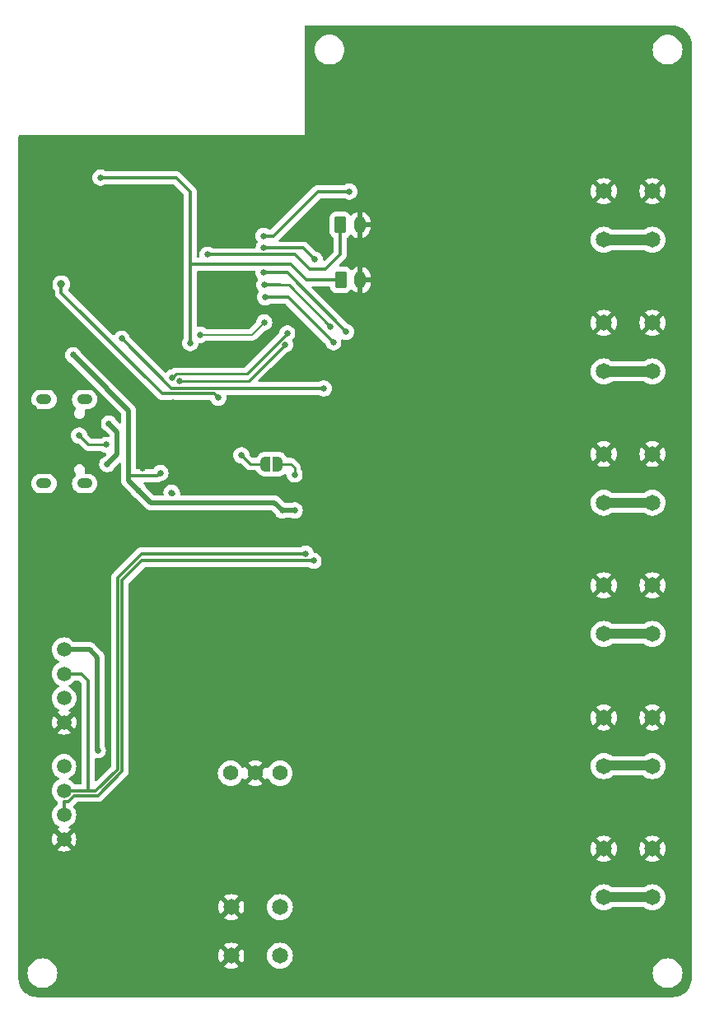
<source format=gbr>
G04 #@! TF.GenerationSoftware,KiCad,Pcbnew,7.0.2*
G04 #@! TF.CreationDate,2023-10-30T10:47:10+01:00*
G04 #@! TF.ProjectId,Harpe_ESP32,48617270-655f-4455-9350-33322e6b6963,rev?*
G04 #@! TF.SameCoordinates,Original*
G04 #@! TF.FileFunction,Copper,L2,Bot*
G04 #@! TF.FilePolarity,Positive*
%FSLAX46Y46*%
G04 Gerber Fmt 4.6, Leading zero omitted, Abs format (unit mm)*
G04 Created by KiCad (PCBNEW 7.0.2) date 2023-10-30 10:47:10*
%MOMM*%
%LPD*%
G01*
G04 APERTURE LIST*
G04 Aperture macros list*
%AMRoundRect*
0 Rectangle with rounded corners*
0 $1 Rounding radius*
0 $2 $3 $4 $5 $6 $7 $8 $9 X,Y pos of 4 corners*
0 Add a 4 corners polygon primitive as box body*
4,1,4,$2,$3,$4,$5,$6,$7,$8,$9,$2,$3,0*
0 Add four circle primitives for the rounded corners*
1,1,$1+$1,$2,$3*
1,1,$1+$1,$4,$5*
1,1,$1+$1,$6,$7*
1,1,$1+$1,$8,$9*
0 Add four rect primitives between the rounded corners*
20,1,$1+$1,$2,$3,$4,$5,0*
20,1,$1+$1,$4,$5,$6,$7,0*
20,1,$1+$1,$6,$7,$8,$9,0*
20,1,$1+$1,$8,$9,$2,$3,0*%
%AMFreePoly0*
4,1,19,0.500000,-0.750000,0.000000,-0.750000,0.000000,-0.744911,-0.071157,-0.744911,-0.207708,-0.704816,-0.327430,-0.627875,-0.420627,-0.520320,-0.479746,-0.390866,-0.500000,-0.250000,-0.500000,0.250000,-0.479746,0.390866,-0.420627,0.520320,-0.327430,0.627875,-0.207708,0.704816,-0.071157,0.744911,0.000000,0.744911,0.000000,0.750000,0.500000,0.750000,0.500000,-0.750000,0.500000,-0.750000,
$1*%
%AMFreePoly1*
4,1,19,0.000000,0.744911,0.071157,0.744911,0.207708,0.704816,0.327430,0.627875,0.420627,0.520320,0.479746,0.390866,0.500000,0.250000,0.500000,-0.250000,0.479746,-0.390866,0.420627,-0.520320,0.327430,-0.627875,0.207708,-0.704816,0.071157,-0.744911,0.000000,-0.744911,0.000000,-0.750000,-0.500000,-0.750000,-0.500000,0.750000,0.000000,0.750000,0.000000,0.744911,0.000000,0.744911,
$1*%
G04 Aperture macros list end*
G04 #@! TA.AperFunction,ComponentPad*
%ADD10RoundRect,0.500000X-0.300000X0.000000X-0.300000X0.000000X0.300000X0.000000X0.300000X0.000000X0*%
G04 #@! TD*
G04 #@! TA.AperFunction,ComponentPad*
%ADD11RoundRect,0.250000X-0.350000X-0.625000X0.350000X-0.625000X0.350000X0.625000X-0.350000X0.625000X0*%
G04 #@! TD*
G04 #@! TA.AperFunction,ComponentPad*
%ADD12O,1.200000X1.750000*%
G04 #@! TD*
G04 #@! TA.AperFunction,ComponentPad*
%ADD13C,1.500000*%
G04 #@! TD*
G04 #@! TA.AperFunction,ComponentPad*
%ADD14C,1.650000*%
G04 #@! TD*
G04 #@! TA.AperFunction,ComponentPad*
%ADD15C,1.575000*%
G04 #@! TD*
G04 #@! TA.AperFunction,SMDPad,CuDef*
%ADD16FreePoly0,180.000000*%
G04 #@! TD*
G04 #@! TA.AperFunction,SMDPad,CuDef*
%ADD17FreePoly1,180.000000*%
G04 #@! TD*
G04 #@! TA.AperFunction,ViaPad*
%ADD18C,0.650000*%
G04 #@! TD*
G04 #@! TA.AperFunction,ViaPad*
%ADD19C,0.800000*%
G04 #@! TD*
G04 #@! TA.AperFunction,Conductor*
%ADD20C,0.250000*%
G04 #@! TD*
G04 #@! TA.AperFunction,Conductor*
%ADD21C,0.500000*%
G04 #@! TD*
G04 #@! TA.AperFunction,Conductor*
%ADD22C,0.300000*%
G04 #@! TD*
G04 #@! TA.AperFunction,Conductor*
%ADD23C,0.200000*%
G04 #@! TD*
G04 #@! TA.AperFunction,Conductor*
%ADD24C,1.000000*%
G04 #@! TD*
G04 APERTURE END LIST*
D10*
X103340000Y-107600000D03*
X99160000Y-107600000D03*
X103340000Y-116240000D03*
X99160000Y-116240000D03*
D11*
X129620000Y-89640000D03*
D12*
X131620000Y-89640000D03*
D13*
X101230000Y-133320000D03*
X101230000Y-135820000D03*
X101230000Y-138320000D03*
X101230000Y-140820000D03*
D11*
X129660000Y-95290000D03*
D12*
X131660000Y-95290000D03*
D14*
X118400000Y-164810000D03*
X118400000Y-159810000D03*
X123400000Y-164810000D03*
X123400000Y-159810000D03*
X161700000Y-118210000D03*
X156700000Y-118210000D03*
X161700000Y-113210000D03*
X156700000Y-113210000D03*
X161700000Y-145310000D03*
X156700000Y-145310000D03*
X161700000Y-140310000D03*
X156700000Y-140310000D03*
X161700000Y-104710000D03*
X156700000Y-104710000D03*
X161700000Y-99710000D03*
X156700000Y-99710000D03*
X161700000Y-158810000D03*
X156700000Y-158810000D03*
X161700000Y-153810000D03*
X156700000Y-153810000D03*
D15*
X123410000Y-146035000D03*
X120870000Y-146035000D03*
X118330000Y-146035000D03*
D14*
X161700000Y-131710000D03*
X156700000Y-131710000D03*
X161700000Y-126710000D03*
X156700000Y-126710000D03*
D13*
X101220000Y-145340000D03*
X101220000Y-147840000D03*
X101220000Y-150340000D03*
X101220000Y-152840000D03*
D14*
X161700000Y-91160000D03*
X156700000Y-91160000D03*
X161700000Y-86160000D03*
X156700000Y-86160000D03*
D16*
X123210000Y-114250000D03*
D17*
X121910000Y-114250000D03*
D18*
X164860000Y-128170000D03*
X136570000Y-144360000D03*
X121440000Y-107750000D03*
X136300000Y-117310000D03*
X100740000Y-89560000D03*
X106520000Y-116460000D03*
X164860000Y-95450000D03*
X160700000Y-167750000D03*
X98070000Y-123220000D03*
X164860000Y-103170000D03*
X110860000Y-167750000D03*
X98100000Y-111010000D03*
X127300000Y-78110000D03*
X98070000Y-95720000D03*
X98070000Y-145410000D03*
X164860000Y-90450000D03*
X101720000Y-166090000D03*
X109700000Y-89310000D03*
X108780000Y-90230000D03*
X164860000Y-75450000D03*
X136370000Y-103830000D03*
X164860000Y-135920000D03*
X109690000Y-87460000D03*
X140700000Y-167750000D03*
X115860000Y-167750000D03*
X98070000Y-160410000D03*
X164860000Y-118170000D03*
X105010000Y-99290000D03*
X143200000Y-167750000D03*
X154080000Y-70710000D03*
X125750000Y-82230000D03*
X116460000Y-82230000D03*
X98070000Y-147910000D03*
X125860000Y-167750000D03*
X98070000Y-140410000D03*
X128360000Y-167750000D03*
X160630000Y-165750000D03*
X110400000Y-96310000D03*
X148200000Y-167750000D03*
X118960000Y-103910000D03*
X109250000Y-114700000D03*
X164860000Y-130670000D03*
X112440000Y-88420000D03*
X104880000Y-81820000D03*
X98070000Y-98220000D03*
X109720000Y-101820000D03*
X146580000Y-70710000D03*
X164860000Y-150670000D03*
X103360000Y-167750000D03*
X111460000Y-82230000D03*
X108960000Y-82230000D03*
X107770000Y-120120000D03*
X105400749Y-108819987D03*
X98070000Y-118220000D03*
X164860000Y-123170000D03*
X160090000Y-73470000D03*
X98070000Y-155410000D03*
X98070000Y-137910000D03*
X123540000Y-120190000D03*
X110610000Y-90210000D03*
X111530000Y-91140000D03*
X109480000Y-110980000D03*
X115130000Y-119360000D03*
X98070000Y-85720000D03*
X164860000Y-92950000D03*
X105860000Y-167750000D03*
X136410000Y-90270000D03*
X139080000Y-70710000D03*
X135860000Y-167750000D03*
X164860000Y-85450000D03*
X108350000Y-167730000D03*
X155700000Y-167750000D03*
X120600000Y-120609990D03*
X118360000Y-167750000D03*
X164860000Y-140450000D03*
X159080000Y-70710000D03*
X105730000Y-115480002D03*
X162430000Y-164090000D03*
X109520866Y-106899134D03*
X153200000Y-167750000D03*
X164860000Y-153170000D03*
X98100000Y-113510000D03*
X98070000Y-132910000D03*
X164860000Y-145450000D03*
X151580000Y-70710000D03*
X164860000Y-120670000D03*
X98070000Y-120720000D03*
X98070000Y-93220000D03*
X111530000Y-87410000D03*
X164860000Y-108170000D03*
X100150000Y-164060000D03*
X130860000Y-167750000D03*
X164860000Y-77950000D03*
X98070000Y-142910000D03*
X98070000Y-152910000D03*
X164860000Y-115670000D03*
X98100000Y-108510000D03*
X98070000Y-130410000D03*
X108780000Y-88400000D03*
X115350000Y-115620000D03*
X164860000Y-87950000D03*
X164860000Y-113170000D03*
X110620000Y-88390000D03*
X106460000Y-82230000D03*
X150700000Y-167750000D03*
X144080000Y-70710000D03*
X164860000Y-158170000D03*
X156580000Y-70710000D03*
X164860000Y-142950000D03*
X131580000Y-70710000D03*
X162120000Y-74780000D03*
X114230000Y-115280000D03*
X164860000Y-125670000D03*
X112450000Y-90220000D03*
X164860000Y-100450000D03*
X98070000Y-157910000D03*
D19*
X112370000Y-109340000D03*
D18*
X98070000Y-88220000D03*
X149080000Y-70710000D03*
X158200000Y-167750000D03*
D19*
X112380000Y-107960000D03*
D18*
X98100000Y-81590000D03*
X164860000Y-82950000D03*
X136390000Y-130920000D03*
X136340000Y-157860000D03*
X98070000Y-128220000D03*
X125320000Y-102800000D03*
X136580000Y-70710000D03*
X98070000Y-100720000D03*
X98070000Y-125720000D03*
X118370000Y-116030000D03*
X98070000Y-162910000D03*
X120860000Y-167750000D03*
X141580000Y-70710000D03*
X113650000Y-119380000D03*
X121690000Y-81840000D03*
X134080000Y-70710000D03*
X164860000Y-147950000D03*
X118110000Y-81900000D03*
X98070000Y-150410000D03*
X130430000Y-73380000D03*
X164860000Y-155670000D03*
X111540000Y-89290000D03*
X164860000Y-138170000D03*
X133360000Y-167750000D03*
X164860000Y-97950000D03*
X164860000Y-105670000D03*
X113960000Y-82230000D03*
X113360000Y-167750000D03*
X110270000Y-116880000D03*
X164860000Y-80450000D03*
X98070000Y-135410000D03*
X98660000Y-103120000D03*
X164860000Y-160670000D03*
X123360000Y-167750000D03*
X98070000Y-90720000D03*
X164860000Y-110670000D03*
X145700000Y-167750000D03*
X138360000Y-167750000D03*
X127280000Y-74680000D03*
X164860000Y-163170000D03*
X109700000Y-91120000D03*
X164860000Y-133170000D03*
X116280000Y-88850000D03*
X108850000Y-116920000D03*
X123650000Y-119010000D03*
X102159627Y-103030373D03*
X111130000Y-115149998D03*
X124930000Y-119010000D03*
X104680000Y-143680000D03*
X124910000Y-115320000D03*
X114200000Y-101780000D03*
X104960000Y-84780000D03*
X105850000Y-110080000D03*
X105660000Y-114260000D03*
X121790000Y-99670000D03*
X115250000Y-100949998D03*
X126060000Y-123450000D03*
X112344365Y-105352302D03*
X124149996Y-100800000D03*
X126860000Y-124200000D03*
X113120000Y-105700000D03*
X123950000Y-101950000D03*
X107150000Y-101330000D03*
X127940000Y-106460000D03*
X128890000Y-101700000D03*
X121900000Y-97090000D03*
X128580000Y-100090000D03*
X121790000Y-95830000D03*
X130230000Y-100630000D03*
X121740000Y-94550000D03*
X121750000Y-92010000D03*
X127010000Y-93200000D03*
X130535000Y-86215000D03*
X121740002Y-90760000D03*
X112279993Y-117174976D03*
X102772199Y-111297978D03*
X105571224Y-112251122D03*
X119440000Y-113330000D03*
X115980000Y-92700000D03*
D19*
X100930000Y-95740000D03*
D18*
X117060000Y-107419998D03*
D20*
X124910000Y-114620000D02*
X124910000Y-115320000D01*
D21*
X103830000Y-133320000D02*
X104650000Y-134140000D01*
X105610000Y-106480746D02*
X102484626Y-103355372D01*
X122855001Y-118215001D02*
X110145001Y-118215001D01*
X101230000Y-133320000D02*
X103830000Y-133320000D01*
D22*
X107970000Y-115450000D02*
X107850000Y-115330000D01*
D20*
X124540000Y-114250000D02*
X124910000Y-114620000D01*
D21*
X110145001Y-118215001D02*
X108850000Y-116920000D01*
X105600000Y-106480000D02*
X107850000Y-108730000D01*
X108850000Y-116920000D02*
X107850000Y-115920000D01*
X123650000Y-119010000D02*
X122855001Y-118215001D01*
X102484626Y-103355372D02*
X102159627Y-103030373D01*
X107850000Y-115920000D02*
X107850000Y-115330000D01*
X104650000Y-143650000D02*
X104680000Y-143680000D01*
X104650000Y-134140000D02*
X104650000Y-143650000D01*
X123650000Y-119010000D02*
X124930000Y-119010000D01*
X107850000Y-108730000D02*
X107850000Y-115330000D01*
D20*
X123210000Y-114250000D02*
X124540000Y-114250000D01*
D22*
X111130000Y-115149998D02*
X110829998Y-115450000D01*
X110829998Y-115450000D02*
X107970000Y-115450000D01*
X104960000Y-84780000D02*
X112750000Y-84780000D01*
X129660000Y-95290000D02*
X126140000Y-95290000D01*
X124540000Y-93690000D02*
X114230000Y-93690000D01*
X112750000Y-84780000D02*
X114200000Y-86230000D01*
X114200000Y-93720000D02*
X114200000Y-101780000D01*
X114200000Y-86230000D02*
X114200000Y-93720000D01*
X126140000Y-95290000D02*
X124540000Y-93690000D01*
D21*
X105660000Y-114260000D02*
X106684999Y-113235001D01*
X106684999Y-110914999D02*
X105850000Y-110080000D01*
X106684999Y-113235001D02*
X106684999Y-110914999D01*
D23*
X115709619Y-100949998D02*
X115250000Y-100949998D01*
X121790000Y-99670000D02*
X120510002Y-100949998D01*
X120510002Y-100949998D02*
X115709619Y-100949998D01*
D22*
X104500000Y-147840000D02*
X103190000Y-147840000D01*
X103690000Y-136530000D02*
X103690000Y-147840000D01*
X106710000Y-125940000D02*
X106710000Y-145630000D01*
X103190000Y-147840000D02*
X101220000Y-147840000D01*
X101230000Y-135820000D02*
X102980000Y-135820000D01*
X126060000Y-123450000D02*
X109200000Y-123450000D01*
X102980000Y-135820000D02*
X103690000Y-136530000D01*
X106710000Y-145630000D02*
X104500000Y-147840000D01*
X109200000Y-123450000D02*
X106710000Y-125940000D01*
D20*
X112344365Y-105352302D02*
X112746667Y-104950000D01*
X123824997Y-101124999D02*
X124149996Y-100800000D01*
X119999996Y-104950000D02*
X123824997Y-101124999D01*
X112746667Y-104950000D02*
X119999996Y-104950000D01*
D22*
X126860000Y-124200000D02*
X109200000Y-124200000D01*
X107210000Y-126190000D02*
X107210000Y-145837106D01*
X109200000Y-124200000D02*
X107210000Y-126190000D01*
X101220000Y-148940000D02*
X101220000Y-150340000D01*
X104707106Y-148340000D02*
X102275635Y-148340000D01*
X101675635Y-148940000D02*
X101220000Y-148940000D01*
X107210000Y-145837106D02*
X104707106Y-148340000D01*
X102275635Y-148340000D02*
X101675635Y-148940000D01*
D20*
X120200000Y-105700000D02*
X123625001Y-102274999D01*
X113120000Y-105700000D02*
X120200000Y-105700000D01*
X123625001Y-102274999D02*
X123950000Y-101950000D01*
D22*
X112280000Y-106460000D02*
X127940000Y-106460000D01*
X107150000Y-101330000D02*
X112280000Y-106460000D01*
X124280000Y-97090000D02*
X128890000Y-101700000D01*
X121900000Y-97090000D02*
X124280000Y-97090000D01*
D20*
X123390000Y-95830000D02*
X124320000Y-95830000D01*
D22*
X121790000Y-95830000D02*
X123390000Y-95830000D01*
D20*
X124320000Y-95830000D02*
X128580000Y-100090000D01*
D22*
X121740000Y-94550000D02*
X124150000Y-94550000D01*
X124150000Y-94550000D02*
X130230000Y-100630000D01*
X121750000Y-92010000D02*
X125820000Y-92010000D01*
X125820000Y-92010000D02*
X127010000Y-93200000D01*
X121740002Y-90760000D02*
X122760000Y-90760000D01*
X127305000Y-86215000D02*
X130535000Y-86215000D01*
X122760000Y-90760000D02*
X127305000Y-86215000D01*
D21*
X112395017Y-117290000D02*
X112279993Y-117174976D01*
D20*
X103725343Y-112251122D02*
X102772199Y-111297978D01*
X105571224Y-112251122D02*
X103725343Y-112251122D01*
X121910000Y-114250000D02*
X120360000Y-114250000D01*
X120360000Y-114250000D02*
X119440000Y-113330000D01*
D24*
X161700000Y-91160000D02*
X156700000Y-91160000D01*
X156700000Y-91160000D02*
X156770000Y-91230000D01*
X156770000Y-91230000D02*
X161630000Y-91230000D01*
X161630000Y-91230000D02*
X161700000Y-91160000D01*
X156720000Y-104730000D02*
X161680000Y-104730000D01*
X161650000Y-104660000D02*
X156700000Y-104660000D01*
X161680000Y-104730000D02*
X161700000Y-104710000D01*
X161700000Y-104710000D02*
X161650000Y-104660000D01*
X156700000Y-104710000D02*
X156720000Y-104730000D01*
X156700000Y-118210000D02*
X161700000Y-118210000D01*
X156700000Y-131710000D02*
X161700000Y-131710000D01*
X161670000Y-145280000D02*
X161700000Y-145310000D01*
X156730000Y-145280000D02*
X161670000Y-145280000D01*
X156700000Y-145310000D02*
X156730000Y-145280000D01*
X156730000Y-158780000D02*
X161670000Y-158780000D01*
X156700000Y-158810000D02*
X156730000Y-158780000D01*
X161670000Y-158780000D02*
X161700000Y-158810000D01*
D22*
X126440000Y-94180000D02*
X124960000Y-92700000D01*
X117060000Y-107419998D02*
X116640000Y-107000000D01*
X116640000Y-107000000D02*
X111320000Y-107000000D01*
X124960000Y-92700000D02*
X115980000Y-92700000D01*
X128120000Y-94180000D02*
X126440000Y-94180000D01*
X129620000Y-92680000D02*
X128120000Y-94180000D01*
X111320000Y-107000000D02*
X100930000Y-96610000D01*
X129620000Y-89640000D02*
X129620000Y-92680000D01*
X100930000Y-96610000D02*
X100930000Y-95740000D01*
G04 #@! TA.AperFunction,Conductor*
G36*
X163764118Y-69125770D02*
G01*
X163792134Y-69127606D01*
X164009492Y-69141852D01*
X164025810Y-69144000D01*
X164262945Y-69191169D01*
X164278850Y-69195430D01*
X164507799Y-69273149D01*
X164523005Y-69279448D01*
X164739851Y-69386384D01*
X164754108Y-69394615D01*
X164955135Y-69528937D01*
X164968204Y-69538966D01*
X165149972Y-69698372D01*
X165161627Y-69710027D01*
X165321033Y-69891795D01*
X165331063Y-69904867D01*
X165376106Y-69972278D01*
X165465379Y-70105883D01*
X165473620Y-70120157D01*
X165580547Y-70336984D01*
X165586854Y-70352210D01*
X165664566Y-70581141D01*
X165668832Y-70597062D01*
X165715997Y-70834177D01*
X165718148Y-70850517D01*
X165734230Y-71095879D01*
X165734500Y-71104120D01*
X165734500Y-167105878D01*
X165734230Y-167114119D01*
X165718148Y-167359482D01*
X165715997Y-167375822D01*
X165668832Y-167612937D01*
X165664566Y-167628858D01*
X165586854Y-167857789D01*
X165580547Y-167873015D01*
X165473620Y-168089842D01*
X165465379Y-168104116D01*
X165331066Y-168305129D01*
X165321033Y-168318204D01*
X165161627Y-168499972D01*
X165149972Y-168511627D01*
X164968204Y-168671033D01*
X164955129Y-168681066D01*
X164754116Y-168815379D01*
X164739842Y-168823620D01*
X164523015Y-168930547D01*
X164507789Y-168936854D01*
X164278858Y-169014566D01*
X164262937Y-169018832D01*
X164025822Y-169065997D01*
X164009482Y-169068148D01*
X163764119Y-169084230D01*
X163755878Y-169084500D01*
X98504122Y-169084500D01*
X98495881Y-169084230D01*
X98250517Y-169068148D01*
X98234177Y-169065997D01*
X97997062Y-169018832D01*
X97981141Y-169014566D01*
X97752210Y-168936854D01*
X97736984Y-168930547D01*
X97520153Y-168823618D01*
X97505887Y-168815381D01*
X97304867Y-168681063D01*
X97291795Y-168671033D01*
X97110027Y-168511627D01*
X97098372Y-168499972D01*
X96938966Y-168318204D01*
X96928937Y-168305135D01*
X96794615Y-168104108D01*
X96786384Y-168089851D01*
X96679448Y-167873005D01*
X96673149Y-167857799D01*
X96595430Y-167628850D01*
X96591169Y-167612945D01*
X96544000Y-167375810D01*
X96541852Y-167359492D01*
X96525770Y-167114118D01*
X96525500Y-167105878D01*
X96525500Y-166610000D01*
X97469783Y-166610000D01*
X97488622Y-166849379D01*
X97544677Y-167082864D01*
X97610908Y-167242758D01*
X97636567Y-167304704D01*
X97762028Y-167509439D01*
X97762029Y-167509441D01*
X97762031Y-167509443D01*
X97917972Y-167692027D01*
X98096381Y-167844402D01*
X98100561Y-167847972D01*
X98305296Y-167973433D01*
X98527137Y-168065323D01*
X98660124Y-168097250D01*
X98760620Y-168121377D01*
X98778085Y-168122751D01*
X99000000Y-168140217D01*
X99239379Y-168121377D01*
X99472863Y-168065323D01*
X99694704Y-167973433D01*
X99899439Y-167847972D01*
X100082027Y-167692027D01*
X100237972Y-167509439D01*
X100363433Y-167304704D01*
X100455323Y-167082863D01*
X100511377Y-166849379D01*
X100530217Y-166610000D01*
X100530217Y-166609999D01*
X161729783Y-166609999D01*
X161748622Y-166849379D01*
X161804677Y-167082864D01*
X161870908Y-167242758D01*
X161896567Y-167304704D01*
X162022028Y-167509439D01*
X162022029Y-167509441D01*
X162022031Y-167509443D01*
X162177972Y-167692027D01*
X162356381Y-167844402D01*
X162360561Y-167847972D01*
X162565296Y-167973433D01*
X162787137Y-168065323D01*
X162920124Y-168097250D01*
X163020620Y-168121377D01*
X163038085Y-168122751D01*
X163260000Y-168140217D01*
X163499379Y-168121377D01*
X163732863Y-168065323D01*
X163954704Y-167973433D01*
X164159439Y-167847972D01*
X164342027Y-167692027D01*
X164497972Y-167509439D01*
X164623433Y-167304704D01*
X164715323Y-167082863D01*
X164771377Y-166849379D01*
X164790217Y-166610000D01*
X164771377Y-166370621D01*
X164715323Y-166137137D01*
X164623433Y-165915296D01*
X164497972Y-165710561D01*
X164497968Y-165710556D01*
X164342027Y-165527972D01*
X164159443Y-165372031D01*
X164159441Y-165372029D01*
X164159439Y-165372028D01*
X163954704Y-165246567D01*
X163940424Y-165240652D01*
X163732864Y-165154677D01*
X163499379Y-165098622D01*
X163260000Y-165079783D01*
X163020620Y-165098622D01*
X162787135Y-165154677D01*
X162565297Y-165246566D01*
X162360556Y-165372031D01*
X162177972Y-165527972D01*
X162022031Y-165710556D01*
X161896566Y-165915297D01*
X161804677Y-166137135D01*
X161748622Y-166370620D01*
X161729783Y-166609999D01*
X100530217Y-166609999D01*
X100511377Y-166370621D01*
X100455323Y-166137137D01*
X100363433Y-165915296D01*
X100237972Y-165710561D01*
X100237968Y-165710556D01*
X100082027Y-165527972D01*
X99899443Y-165372031D01*
X99899441Y-165372029D01*
X99899439Y-165372028D01*
X99694704Y-165246567D01*
X99680424Y-165240652D01*
X99472864Y-165154677D01*
X99239379Y-165098622D01*
X99017464Y-165081157D01*
X99000000Y-165079783D01*
X98999999Y-165079783D01*
X98760620Y-165098622D01*
X98527135Y-165154677D01*
X98305297Y-165246566D01*
X98100556Y-165372031D01*
X97917972Y-165527972D01*
X97762031Y-165710556D01*
X97636566Y-165915297D01*
X97544677Y-166137135D01*
X97488622Y-166370620D01*
X97469783Y-166610000D01*
X96525500Y-166610000D01*
X96525500Y-164810000D01*
X117061908Y-164810000D01*
X117082237Y-165042358D01*
X117142604Y-165267654D01*
X117241180Y-165479049D01*
X117294948Y-165555838D01*
X117873096Y-164977690D01*
X117876884Y-164995915D01*
X117946442Y-165130156D01*
X118049638Y-165240652D01*
X118178819Y-165319209D01*
X118234420Y-165334787D01*
X117654160Y-165915048D01*
X117654160Y-165915050D01*
X117730952Y-165968821D01*
X117942345Y-166067395D01*
X118167641Y-166127762D01*
X118400000Y-166148091D01*
X118632358Y-166127762D01*
X118857654Y-166067395D01*
X119069043Y-165968822D01*
X119145838Y-165915049D01*
X118567624Y-165336834D01*
X118688458Y-165284349D01*
X118805739Y-165188934D01*
X118892928Y-165065415D01*
X118924838Y-164975627D01*
X119505049Y-165555838D01*
X119558822Y-165479043D01*
X119657395Y-165267654D01*
X119717762Y-165042358D01*
X119738091Y-164810000D01*
X119738091Y-164809999D01*
X122061406Y-164809999D01*
X122081742Y-165042444D01*
X122142132Y-165267825D01*
X122240744Y-165479297D01*
X122374580Y-165670435D01*
X122539564Y-165835419D01*
X122539567Y-165835421D01*
X122539568Y-165835422D01*
X122730703Y-165969256D01*
X122942174Y-166067867D01*
X123167556Y-166128258D01*
X123400000Y-166148594D01*
X123632444Y-166128258D01*
X123857826Y-166067867D01*
X124069297Y-165969256D01*
X124260432Y-165835422D01*
X124425422Y-165670432D01*
X124559256Y-165479297D01*
X124657867Y-165267826D01*
X124718258Y-165042444D01*
X124738594Y-164810000D01*
X124718258Y-164577556D01*
X124657867Y-164352174D01*
X124559256Y-164140703D01*
X124425422Y-163949568D01*
X124425421Y-163949567D01*
X124425419Y-163949564D01*
X124260435Y-163784580D01*
X124069297Y-163650744D01*
X123857825Y-163552132D01*
X123632444Y-163491742D01*
X123400000Y-163471406D01*
X123167555Y-163491742D01*
X122942174Y-163552132D01*
X122730702Y-163650744D01*
X122539564Y-163784580D01*
X122374580Y-163949564D01*
X122240744Y-164140702D01*
X122142132Y-164352174D01*
X122081742Y-164577555D01*
X122061406Y-164809999D01*
X119738091Y-164809999D01*
X119717762Y-164577641D01*
X119657395Y-164352345D01*
X119558821Y-164140952D01*
X119505050Y-164064160D01*
X119505048Y-164064160D01*
X118926902Y-164642306D01*
X118923116Y-164624085D01*
X118853558Y-164489844D01*
X118750362Y-164379348D01*
X118621181Y-164300791D01*
X118565576Y-164285211D01*
X119145838Y-163704948D01*
X119145838Y-163704947D01*
X119069049Y-163651180D01*
X118857654Y-163552604D01*
X118632358Y-163492237D01*
X118400000Y-163471908D01*
X118167641Y-163492237D01*
X117942345Y-163552604D01*
X117730950Y-163651180D01*
X117654159Y-163704949D01*
X118232375Y-164283165D01*
X118111542Y-164335651D01*
X117994261Y-164431066D01*
X117907072Y-164554585D01*
X117875161Y-164644371D01*
X117294949Y-164064159D01*
X117241180Y-164140950D01*
X117142604Y-164352345D01*
X117082237Y-164577641D01*
X117061908Y-164810000D01*
X96525500Y-164810000D01*
X96525500Y-159810000D01*
X117061908Y-159810000D01*
X117082237Y-160042358D01*
X117142604Y-160267654D01*
X117241180Y-160479049D01*
X117294947Y-160555838D01*
X117294950Y-160555838D01*
X117873097Y-159977691D01*
X117876884Y-159995915D01*
X117946442Y-160130156D01*
X118049638Y-160240652D01*
X118178819Y-160319209D01*
X118234420Y-160334787D01*
X117654160Y-160915048D01*
X117654160Y-160915050D01*
X117730952Y-160968821D01*
X117942345Y-161067395D01*
X118167641Y-161127762D01*
X118400000Y-161148091D01*
X118632358Y-161127762D01*
X118857654Y-161067395D01*
X119069043Y-160968822D01*
X119145838Y-160915049D01*
X118567624Y-160336834D01*
X118688458Y-160284349D01*
X118805739Y-160188934D01*
X118892928Y-160065415D01*
X118924838Y-159975627D01*
X119505049Y-160555838D01*
X119558822Y-160479043D01*
X119657395Y-160267654D01*
X119717762Y-160042358D01*
X119738091Y-159810000D01*
X122061406Y-159810000D01*
X122081742Y-160042444D01*
X122142132Y-160267825D01*
X122240744Y-160479297D01*
X122374580Y-160670435D01*
X122539564Y-160835419D01*
X122539567Y-160835421D01*
X122539568Y-160835422D01*
X122730703Y-160969256D01*
X122942174Y-161067867D01*
X123167556Y-161128258D01*
X123400000Y-161148594D01*
X123632444Y-161128258D01*
X123857826Y-161067867D01*
X124069297Y-160969256D01*
X124260432Y-160835422D01*
X124425422Y-160670432D01*
X124559256Y-160479297D01*
X124657867Y-160267826D01*
X124718258Y-160042444D01*
X124738594Y-159810000D01*
X124718258Y-159577556D01*
X124657867Y-159352174D01*
X124559256Y-159140703D01*
X124425422Y-158949568D01*
X124425421Y-158949567D01*
X124425419Y-158949564D01*
X124285855Y-158810000D01*
X155361406Y-158810000D01*
X155381741Y-159042443D01*
X155381742Y-159042444D01*
X155442132Y-159267825D01*
X155540744Y-159479297D01*
X155674580Y-159670435D01*
X155839564Y-159835419D01*
X155839567Y-159835421D01*
X155839568Y-159835422D01*
X156030703Y-159969256D01*
X156242174Y-160067867D01*
X156467556Y-160128258D01*
X156700000Y-160148594D01*
X156932444Y-160128258D01*
X157157826Y-160067867D01*
X157369297Y-159969256D01*
X157560432Y-159835422D01*
X157560435Y-159835419D01*
X157570450Y-159825405D01*
X157632762Y-159791379D01*
X157659545Y-159788500D01*
X160740455Y-159788500D01*
X160808576Y-159808502D01*
X160829550Y-159825405D01*
X160839564Y-159835419D01*
X160839567Y-159835421D01*
X160839568Y-159835422D01*
X161030703Y-159969256D01*
X161242174Y-160067867D01*
X161467556Y-160128258D01*
X161700000Y-160148594D01*
X161932444Y-160128258D01*
X162157826Y-160067867D01*
X162369297Y-159969256D01*
X162560432Y-159835422D01*
X162725422Y-159670432D01*
X162859256Y-159479297D01*
X162957867Y-159267826D01*
X163018258Y-159042444D01*
X163038594Y-158810000D01*
X163018258Y-158577556D01*
X162957867Y-158352174D01*
X162859256Y-158140703D01*
X162725422Y-157949568D01*
X162725421Y-157949567D01*
X162725419Y-157949564D01*
X162560435Y-157784580D01*
X162369297Y-157650744D01*
X162157825Y-157552132D01*
X161932444Y-157491742D01*
X161932443Y-157491741D01*
X161700000Y-157471406D01*
X161699999Y-157471406D01*
X161467555Y-157491742D01*
X161242174Y-157552132D01*
X161030702Y-157650744D01*
X160947708Y-157708857D01*
X160890787Y-157748713D01*
X160823515Y-157771401D01*
X160818518Y-157771500D01*
X157581482Y-157771500D01*
X157513361Y-157751498D01*
X157509227Y-157748724D01*
X157369297Y-157650744D01*
X157157825Y-157552132D01*
X156932444Y-157491742D01*
X156700000Y-157471406D01*
X156467555Y-157491742D01*
X156242174Y-157552132D01*
X156030702Y-157650744D01*
X155839564Y-157784580D01*
X155674580Y-157949564D01*
X155540744Y-158140702D01*
X155442132Y-158352174D01*
X155404603Y-158492237D01*
X155381742Y-158577556D01*
X155361406Y-158810000D01*
X124285855Y-158810000D01*
X124260435Y-158784580D01*
X124069297Y-158650744D01*
X123857825Y-158552132D01*
X123632444Y-158491742D01*
X123400000Y-158471406D01*
X123167555Y-158491742D01*
X122942174Y-158552132D01*
X122730702Y-158650744D01*
X122539564Y-158784580D01*
X122374580Y-158949564D01*
X122240744Y-159140702D01*
X122142132Y-159352174D01*
X122081742Y-159577555D01*
X122061406Y-159810000D01*
X119738091Y-159810000D01*
X119717762Y-159577641D01*
X119657395Y-159352345D01*
X119558821Y-159140952D01*
X119505050Y-159064160D01*
X119505048Y-159064160D01*
X118926902Y-159642306D01*
X118923116Y-159624085D01*
X118853558Y-159489844D01*
X118750362Y-159379348D01*
X118621181Y-159300791D01*
X118565576Y-159285211D01*
X119145838Y-158704948D01*
X119145838Y-158704947D01*
X119069049Y-158651180D01*
X118857654Y-158552604D01*
X118632358Y-158492237D01*
X118400000Y-158471908D01*
X118167641Y-158492237D01*
X117942345Y-158552604D01*
X117730950Y-158651180D01*
X117654159Y-158704949D01*
X118232375Y-159283165D01*
X118111542Y-159335651D01*
X117994261Y-159431066D01*
X117907072Y-159554585D01*
X117875161Y-159644371D01*
X117294948Y-159064159D01*
X117241180Y-159140950D01*
X117142604Y-159352345D01*
X117082237Y-159577641D01*
X117061908Y-159810000D01*
X96525500Y-159810000D01*
X96525500Y-150340000D01*
X99956693Y-150340000D01*
X99975885Y-150559375D01*
X100032879Y-150772074D01*
X100125943Y-150971653D01*
X100252253Y-151152041D01*
X100407958Y-151307746D01*
X100407961Y-151307748D01*
X100407962Y-151307749D01*
X100588346Y-151434056D01*
X100678470Y-151476081D01*
X100731754Y-151522996D01*
X100751216Y-151591273D01*
X100730675Y-151659233D01*
X100678471Y-151704469D01*
X100588598Y-151746378D01*
X100528011Y-151788801D01*
X101092412Y-152353202D01*
X101077685Y-152355320D01*
X100946900Y-152415048D01*
X100838239Y-152509202D01*
X100760507Y-152630156D01*
X100735639Y-152714849D01*
X100168801Y-152148011D01*
X100126378Y-152208598D01*
X100033351Y-152408092D01*
X99976380Y-152620715D01*
X99957195Y-152839999D01*
X99976380Y-153059284D01*
X100033350Y-153271905D01*
X100126379Y-153471403D01*
X100168801Y-153531986D01*
X100735638Y-152965149D01*
X100760507Y-153049844D01*
X100838239Y-153170798D01*
X100946900Y-153264952D01*
X101077685Y-153324680D01*
X101092411Y-153326797D01*
X100528012Y-153891196D01*
X100528012Y-153891198D01*
X100588595Y-153933620D01*
X100788094Y-154026649D01*
X101000715Y-154083619D01*
X101220000Y-154102804D01*
X101439284Y-154083619D01*
X101651904Y-154026649D01*
X101851405Y-153933619D01*
X101911986Y-153891198D01*
X101911986Y-153891197D01*
X101830789Y-153810000D01*
X155361908Y-153810000D01*
X155382237Y-154042358D01*
X155442604Y-154267654D01*
X155541180Y-154479049D01*
X155594948Y-154555838D01*
X156173096Y-153977690D01*
X156176884Y-153995915D01*
X156246442Y-154130156D01*
X156349638Y-154240652D01*
X156478819Y-154319209D01*
X156534420Y-154334787D01*
X155954160Y-154915048D01*
X155954160Y-154915050D01*
X156030952Y-154968821D01*
X156242345Y-155067395D01*
X156467641Y-155127762D01*
X156700000Y-155148091D01*
X156932358Y-155127762D01*
X157157654Y-155067395D01*
X157369043Y-154968822D01*
X157445838Y-154915049D01*
X156867624Y-154336834D01*
X156988458Y-154284349D01*
X157105739Y-154188934D01*
X157192928Y-154065415D01*
X157224838Y-153975627D01*
X157805049Y-154555838D01*
X157858822Y-154479043D01*
X157957395Y-154267654D01*
X158017762Y-154042358D01*
X158038091Y-153809999D01*
X160361908Y-153809999D01*
X160382237Y-154042358D01*
X160442604Y-154267654D01*
X160541180Y-154479049D01*
X160594948Y-154555838D01*
X161173096Y-153977690D01*
X161176884Y-153995915D01*
X161246442Y-154130156D01*
X161349638Y-154240652D01*
X161478819Y-154319209D01*
X161534420Y-154334787D01*
X160954160Y-154915048D01*
X160954160Y-154915050D01*
X161030952Y-154968821D01*
X161242345Y-155067395D01*
X161467641Y-155127762D01*
X161700000Y-155148091D01*
X161932358Y-155127762D01*
X162157654Y-155067395D01*
X162369043Y-154968822D01*
X162445838Y-154915049D01*
X161867624Y-154336834D01*
X161988458Y-154284349D01*
X162105739Y-154188934D01*
X162192928Y-154065415D01*
X162224838Y-153975627D01*
X162805049Y-154555838D01*
X162858822Y-154479043D01*
X162957395Y-154267654D01*
X163017762Y-154042358D01*
X163038091Y-153809999D01*
X163017762Y-153577641D01*
X162957395Y-153352345D01*
X162858821Y-153140952D01*
X162805050Y-153064160D01*
X162805048Y-153064160D01*
X162226902Y-153642306D01*
X162223116Y-153624085D01*
X162153558Y-153489844D01*
X162050362Y-153379348D01*
X161921181Y-153300791D01*
X161865576Y-153285211D01*
X162445838Y-152704948D01*
X162445838Y-152704947D01*
X162369049Y-152651180D01*
X162157654Y-152552604D01*
X161932358Y-152492237D01*
X161700000Y-152471908D01*
X161467641Y-152492237D01*
X161242345Y-152552604D01*
X161030950Y-152651180D01*
X160954159Y-152704949D01*
X161532375Y-153283165D01*
X161411542Y-153335651D01*
X161294261Y-153431066D01*
X161207072Y-153554585D01*
X161175161Y-153644371D01*
X160594949Y-153064159D01*
X160541180Y-153140950D01*
X160442604Y-153352345D01*
X160382237Y-153577641D01*
X160361908Y-153809999D01*
X158038091Y-153809999D01*
X158017762Y-153577641D01*
X157957395Y-153352345D01*
X157858821Y-153140952D01*
X157805050Y-153064160D01*
X157805048Y-153064160D01*
X157226902Y-153642306D01*
X157223116Y-153624085D01*
X157153558Y-153489844D01*
X157050362Y-153379348D01*
X156921181Y-153300791D01*
X156865576Y-153285211D01*
X157445838Y-152704948D01*
X157445838Y-152704947D01*
X157369049Y-152651180D01*
X157157654Y-152552604D01*
X156932358Y-152492237D01*
X156700000Y-152471908D01*
X156467641Y-152492237D01*
X156242345Y-152552604D01*
X156030950Y-152651180D01*
X155954159Y-152704949D01*
X156532375Y-153283165D01*
X156411542Y-153335651D01*
X156294261Y-153431066D01*
X156207072Y-153554585D01*
X156175161Y-153644371D01*
X155594949Y-153064159D01*
X155541180Y-153140950D01*
X155442604Y-153352345D01*
X155382237Y-153577641D01*
X155361908Y-153810000D01*
X101830789Y-153810000D01*
X101347587Y-153326797D01*
X101362315Y-153324680D01*
X101493100Y-153264952D01*
X101601761Y-153170798D01*
X101679493Y-153049844D01*
X101704361Y-152965150D01*
X102271197Y-153531986D01*
X102271198Y-153531986D01*
X102313619Y-153471405D01*
X102406649Y-153271904D01*
X102463619Y-153059284D01*
X102482804Y-152840000D01*
X102463619Y-152620715D01*
X102406649Y-152408095D01*
X102313620Y-152208597D01*
X102271198Y-152148012D01*
X102271196Y-152148012D01*
X101704360Y-152714848D01*
X101679493Y-152630156D01*
X101601761Y-152509202D01*
X101493100Y-152415048D01*
X101362315Y-152355320D01*
X101347586Y-152353202D01*
X101911986Y-151788801D01*
X101911986Y-151788800D01*
X101851401Y-151746377D01*
X101761529Y-151704469D01*
X101708245Y-151657552D01*
X101688784Y-151589275D01*
X101709326Y-151521315D01*
X101761529Y-151476081D01*
X101851654Y-151434056D01*
X102032038Y-151307749D01*
X102187749Y-151152038D01*
X102314056Y-150971654D01*
X102407120Y-150772076D01*
X102464115Y-150559371D01*
X102483307Y-150340000D01*
X102464115Y-150120629D01*
X102407120Y-149907924D01*
X102314056Y-149708347D01*
X102187749Y-149527962D01*
X102187748Y-149527961D01*
X102181426Y-149518932D01*
X102183972Y-149517148D01*
X102158410Y-149470336D01*
X102163475Y-149399521D01*
X102192434Y-149354460D01*
X102511490Y-149035404D01*
X102573803Y-149001379D01*
X102600586Y-148998500D01*
X104620495Y-148998500D01*
X104641980Y-149000871D01*
X104644640Y-149000787D01*
X104644643Y-149000788D01*
X104715475Y-148998561D01*
X104719433Y-148998500D01*
X104744582Y-148998500D01*
X104748538Y-148998500D01*
X104752937Y-148997943D01*
X104764770Y-148997012D01*
X104810937Y-148995562D01*
X104822518Y-148992196D01*
X104831524Y-148989581D01*
X104850886Y-148985570D01*
X104872170Y-148982882D01*
X104915138Y-148965869D01*
X104926337Y-148962035D01*
X104970706Y-148949145D01*
X104989170Y-148938224D01*
X105006913Y-148929532D01*
X105026862Y-148921635D01*
X105064254Y-148894466D01*
X105074131Y-148887978D01*
X105113913Y-148864453D01*
X105129080Y-148849285D01*
X105144112Y-148836447D01*
X105161460Y-148823843D01*
X105161459Y-148823843D01*
X105161463Y-148823841D01*
X105190918Y-148788233D01*
X105198887Y-148779477D01*
X107614387Y-146363977D01*
X107631251Y-146350468D01*
X107633076Y-146348524D01*
X107633080Y-146348522D01*
X107681636Y-146296813D01*
X107684298Y-146294066D01*
X107704927Y-146273439D01*
X107707644Y-146269935D01*
X107715345Y-146260917D01*
X107746972Y-146227239D01*
X107757303Y-146208445D01*
X107768159Y-146191920D01*
X107781304Y-146174974D01*
X107799652Y-146132571D01*
X107804877Y-146121909D01*
X107827122Y-146081446D01*
X107827124Y-146081443D01*
X107832458Y-146060664D01*
X107838856Y-146041975D01*
X107841875Y-146035000D01*
X117029049Y-146035000D01*
X117048813Y-146260908D01*
X117061364Y-146307749D01*
X117107505Y-146479951D01*
X117203343Y-146685476D01*
X117333416Y-146871238D01*
X117493761Y-147031583D01*
X117493764Y-147031585D01*
X117493765Y-147031586D01*
X117679524Y-147161657D01*
X117779652Y-147208347D01*
X117885048Y-147257494D01*
X117943741Y-147273220D01*
X118104092Y-147316187D01*
X118330000Y-147335951D01*
X118555908Y-147316187D01*
X118774951Y-147257494D01*
X118980476Y-147161657D01*
X119166235Y-147031586D01*
X119326586Y-146871235D01*
X119456657Y-146685476D01*
X119486081Y-146622373D01*
X119532996Y-146569091D01*
X119601273Y-146549629D01*
X119669233Y-146570170D01*
X119714469Y-146622374D01*
X119743776Y-146685222D01*
X119791875Y-146753913D01*
X120364237Y-146181550D01*
X120370662Y-146212465D01*
X120437058Y-146340604D01*
X120535564Y-146446077D01*
X120658873Y-146521063D01*
X120724702Y-146539507D01*
X120151085Y-147113123D01*
X120219777Y-147161222D01*
X120425219Y-147257022D01*
X120644178Y-147315691D01*
X120870000Y-147335448D01*
X121095821Y-147315691D01*
X121314780Y-147257022D01*
X121520226Y-147161221D01*
X121588913Y-147113124D01*
X121588913Y-147113122D01*
X121018622Y-146542831D01*
X121145346Y-146487788D01*
X121257296Y-146396709D01*
X121340522Y-146278805D01*
X121375263Y-146181054D01*
X121948122Y-146753913D01*
X121948124Y-146753913D01*
X121996222Y-146685224D01*
X122025529Y-146622376D01*
X122072446Y-146569090D01*
X122140723Y-146549629D01*
X122208683Y-146570171D01*
X122253919Y-146622376D01*
X122283342Y-146685475D01*
X122413416Y-146871238D01*
X122573761Y-147031583D01*
X122573764Y-147031585D01*
X122573765Y-147031586D01*
X122759524Y-147161657D01*
X122859652Y-147208347D01*
X122965048Y-147257494D01*
X123023741Y-147273220D01*
X123184092Y-147316187D01*
X123410000Y-147335951D01*
X123635908Y-147316187D01*
X123854951Y-147257494D01*
X124060476Y-147161657D01*
X124246235Y-147031586D01*
X124406586Y-146871235D01*
X124536657Y-146685476D01*
X124632494Y-146479951D01*
X124691187Y-146260908D01*
X124710951Y-146035000D01*
X124691187Y-145809092D01*
X124632494Y-145590049D01*
X124536657Y-145384525D01*
X124484474Y-145310000D01*
X155361406Y-145310000D01*
X155381742Y-145542444D01*
X155442132Y-145767825D01*
X155540744Y-145979297D01*
X155674580Y-146170435D01*
X155839564Y-146335419D01*
X155839567Y-146335421D01*
X155839568Y-146335422D01*
X156030703Y-146469256D01*
X156242174Y-146567867D01*
X156467556Y-146628258D01*
X156700000Y-146648594D01*
X156932444Y-146628258D01*
X157157826Y-146567867D01*
X157369297Y-146469256D01*
X157560432Y-146335422D01*
X157560435Y-146335419D01*
X157570450Y-146325405D01*
X157632762Y-146291379D01*
X157659545Y-146288500D01*
X160740455Y-146288500D01*
X160808576Y-146308502D01*
X160829550Y-146325405D01*
X160839564Y-146335419D01*
X160839567Y-146335421D01*
X160839568Y-146335422D01*
X161030703Y-146469256D01*
X161242174Y-146567867D01*
X161467556Y-146628258D01*
X161700000Y-146648594D01*
X161932444Y-146628258D01*
X162157826Y-146567867D01*
X162369297Y-146469256D01*
X162560432Y-146335422D01*
X162725422Y-146170432D01*
X162859256Y-145979297D01*
X162957867Y-145767826D01*
X163018258Y-145542444D01*
X163038594Y-145310000D01*
X163018258Y-145077556D01*
X162957867Y-144852174D01*
X162859256Y-144640703D01*
X162725422Y-144449568D01*
X162725421Y-144449567D01*
X162725419Y-144449564D01*
X162560435Y-144284580D01*
X162369297Y-144150744D01*
X162157825Y-144052132D01*
X161932444Y-143991742D01*
X161932443Y-143991741D01*
X161700000Y-143971406D01*
X161699999Y-143971406D01*
X161467555Y-143991742D01*
X161242174Y-144052132D01*
X161030702Y-144150744D01*
X160947708Y-144208857D01*
X160890787Y-144248713D01*
X160823515Y-144271401D01*
X160818518Y-144271500D01*
X157581482Y-144271500D01*
X157513361Y-144251498D01*
X157509227Y-144248724D01*
X157369297Y-144150744D01*
X157157825Y-144052132D01*
X156932444Y-143991742D01*
X156700000Y-143971406D01*
X156467555Y-143991742D01*
X156242174Y-144052132D01*
X156030702Y-144150744D01*
X155839564Y-144284580D01*
X155674580Y-144449564D01*
X155540744Y-144640702D01*
X155442132Y-144852174D01*
X155381742Y-145077555D01*
X155361406Y-145310000D01*
X124484474Y-145310000D01*
X124406586Y-145198765D01*
X124406585Y-145198764D01*
X124406583Y-145198761D01*
X124246238Y-145038416D01*
X124060476Y-144908343D01*
X123854951Y-144812505D01*
X123635908Y-144753813D01*
X123410000Y-144734049D01*
X123409999Y-144734049D01*
X123184091Y-144753813D01*
X122965049Y-144812505D01*
X122759524Y-144908343D01*
X122573761Y-145038416D01*
X122413416Y-145198761D01*
X122283343Y-145384524D01*
X122253919Y-145447625D01*
X122207002Y-145500910D01*
X122138724Y-145520371D01*
X122070764Y-145499829D01*
X122025529Y-145447625D01*
X121996221Y-145384774D01*
X121948124Y-145316085D01*
X121948123Y-145316085D01*
X121375761Y-145888447D01*
X121369338Y-145857535D01*
X121302942Y-145729396D01*
X121204436Y-145623923D01*
X121081127Y-145548937D01*
X121015297Y-145530492D01*
X121588913Y-144956875D01*
X121588913Y-144956874D01*
X121520225Y-144908778D01*
X121314780Y-144812977D01*
X121095821Y-144754308D01*
X120869999Y-144734551D01*
X120644178Y-144754308D01*
X120425220Y-144812977D01*
X120219773Y-144908779D01*
X120151084Y-144956875D01*
X120721377Y-145527168D01*
X120594654Y-145582212D01*
X120482704Y-145673291D01*
X120399478Y-145791195D01*
X120364736Y-145888945D01*
X119791875Y-145316084D01*
X119743779Y-145384773D01*
X119714471Y-145447626D01*
X119667554Y-145500911D01*
X119599276Y-145520372D01*
X119531316Y-145499830D01*
X119486081Y-145447625D01*
X119456657Y-145384525D01*
X119326583Y-145198761D01*
X119166238Y-145038416D01*
X118980476Y-144908343D01*
X118774951Y-144812505D01*
X118555908Y-144753813D01*
X118555907Y-144753813D01*
X118330000Y-144734049D01*
X118329999Y-144734049D01*
X118104091Y-144753813D01*
X117885049Y-144812505D01*
X117679524Y-144908343D01*
X117493761Y-145038416D01*
X117333416Y-145198761D01*
X117203343Y-145384524D01*
X117107505Y-145590049D01*
X117048813Y-145809091D01*
X117048813Y-145809092D01*
X117029049Y-146035000D01*
X107841875Y-146035000D01*
X107847380Y-146022282D01*
X107854609Y-145976627D01*
X107857010Y-145965038D01*
X107868500Y-145920294D01*
X107868500Y-145898846D01*
X107870051Y-145879136D01*
X107873406Y-145857954D01*
X107869056Y-145811943D01*
X107868500Y-145800129D01*
X107868500Y-140310000D01*
X155361908Y-140310000D01*
X155382237Y-140542358D01*
X155442604Y-140767654D01*
X155541180Y-140979049D01*
X155594948Y-141055838D01*
X156173096Y-140477690D01*
X156176884Y-140495915D01*
X156246442Y-140630156D01*
X156349638Y-140740652D01*
X156478819Y-140819209D01*
X156534420Y-140834787D01*
X155954160Y-141415048D01*
X155954160Y-141415050D01*
X156030952Y-141468821D01*
X156242345Y-141567395D01*
X156467641Y-141627762D01*
X156700000Y-141648091D01*
X156932358Y-141627762D01*
X157157654Y-141567395D01*
X157369043Y-141468822D01*
X157445838Y-141415049D01*
X156867624Y-140836834D01*
X156988458Y-140784349D01*
X157105739Y-140688934D01*
X157192928Y-140565415D01*
X157224838Y-140475627D01*
X157805049Y-141055838D01*
X157858822Y-140979043D01*
X157957395Y-140767654D01*
X158017762Y-140542358D01*
X158038091Y-140310000D01*
X160361908Y-140310000D01*
X160382237Y-140542358D01*
X160442604Y-140767654D01*
X160541180Y-140979049D01*
X160594948Y-141055838D01*
X161173096Y-140477690D01*
X161176884Y-140495915D01*
X161246442Y-140630156D01*
X161349638Y-140740652D01*
X161478819Y-140819209D01*
X161534420Y-140834787D01*
X160954160Y-141415048D01*
X160954160Y-141415050D01*
X161030952Y-141468821D01*
X161242345Y-141567395D01*
X161467641Y-141627762D01*
X161700000Y-141648091D01*
X161932358Y-141627762D01*
X162157654Y-141567395D01*
X162369043Y-141468822D01*
X162445838Y-141415049D01*
X161867624Y-140836834D01*
X161988458Y-140784349D01*
X162105739Y-140688934D01*
X162192928Y-140565415D01*
X162224838Y-140475627D01*
X162805049Y-141055838D01*
X162858822Y-140979043D01*
X162957395Y-140767654D01*
X163017762Y-140542358D01*
X163038091Y-140310000D01*
X163017762Y-140077641D01*
X162957395Y-139852345D01*
X162858821Y-139640952D01*
X162805050Y-139564160D01*
X162805048Y-139564160D01*
X162226902Y-140142306D01*
X162223116Y-140124085D01*
X162153558Y-139989844D01*
X162050362Y-139879348D01*
X161921181Y-139800791D01*
X161865576Y-139785211D01*
X162445838Y-139204948D01*
X162445838Y-139204947D01*
X162369049Y-139151180D01*
X162157654Y-139052604D01*
X161932358Y-138992237D01*
X161700000Y-138971908D01*
X161467641Y-138992237D01*
X161242345Y-139052604D01*
X161030950Y-139151180D01*
X160954159Y-139204949D01*
X161532375Y-139783165D01*
X161411542Y-139835651D01*
X161294261Y-139931066D01*
X161207072Y-140054585D01*
X161175161Y-140144371D01*
X160594949Y-139564159D01*
X160541180Y-139640950D01*
X160442604Y-139852345D01*
X160382237Y-140077641D01*
X160361908Y-140310000D01*
X158038091Y-140310000D01*
X158017762Y-140077641D01*
X157957395Y-139852345D01*
X157858821Y-139640952D01*
X157805050Y-139564160D01*
X157805048Y-139564160D01*
X157226902Y-140142306D01*
X157223116Y-140124085D01*
X157153558Y-139989844D01*
X157050362Y-139879348D01*
X156921181Y-139800791D01*
X156865576Y-139785211D01*
X157445838Y-139204948D01*
X157445838Y-139204947D01*
X157369049Y-139151180D01*
X157157654Y-139052604D01*
X156932358Y-138992237D01*
X156700000Y-138971908D01*
X156467641Y-138992237D01*
X156242345Y-139052604D01*
X156030950Y-139151180D01*
X155954159Y-139204949D01*
X156532375Y-139783165D01*
X156411542Y-139835651D01*
X156294261Y-139931066D01*
X156207072Y-140054585D01*
X156175161Y-140144371D01*
X155594949Y-139564159D01*
X155541180Y-139640950D01*
X155442604Y-139852345D01*
X155382237Y-140077641D01*
X155361908Y-140310000D01*
X107868500Y-140310000D01*
X107868500Y-131709999D01*
X155361406Y-131709999D01*
X155381742Y-131942444D01*
X155442132Y-132167825D01*
X155540744Y-132379297D01*
X155674580Y-132570435D01*
X155839564Y-132735419D01*
X155839567Y-132735421D01*
X155839568Y-132735422D01*
X156030703Y-132869256D01*
X156242174Y-132967867D01*
X156467556Y-133028258D01*
X156700000Y-133048594D01*
X156932444Y-133028258D01*
X157157826Y-132967867D01*
X157369297Y-132869256D01*
X157552055Y-132741287D01*
X157619330Y-132718599D01*
X157624327Y-132718500D01*
X160775673Y-132718500D01*
X160843794Y-132738502D01*
X160847944Y-132741287D01*
X161030703Y-132869256D01*
X161242174Y-132967867D01*
X161467556Y-133028258D01*
X161700000Y-133048594D01*
X161932444Y-133028258D01*
X162157826Y-132967867D01*
X162369297Y-132869256D01*
X162560432Y-132735422D01*
X162725422Y-132570432D01*
X162859256Y-132379297D01*
X162957867Y-132167826D01*
X163018258Y-131942444D01*
X163038594Y-131710000D01*
X163018258Y-131477556D01*
X162957867Y-131252174D01*
X162859256Y-131040703D01*
X162725422Y-130849568D01*
X162725421Y-130849567D01*
X162725419Y-130849564D01*
X162560435Y-130684580D01*
X162369297Y-130550744D01*
X162157825Y-130452132D01*
X161932444Y-130391742D01*
X161700000Y-130371406D01*
X161467555Y-130391742D01*
X161242174Y-130452132D01*
X161030702Y-130550744D01*
X160847944Y-130678713D01*
X160780670Y-130701401D01*
X160775673Y-130701500D01*
X157624327Y-130701500D01*
X157556206Y-130681498D01*
X157552056Y-130678713D01*
X157369297Y-130550744D01*
X157157825Y-130452132D01*
X156932444Y-130391742D01*
X156932443Y-130391741D01*
X156700000Y-130371406D01*
X156699999Y-130371406D01*
X156467555Y-130391742D01*
X156242174Y-130452132D01*
X156030702Y-130550744D01*
X155839564Y-130684580D01*
X155674580Y-130849564D01*
X155540744Y-131040702D01*
X155442132Y-131252174D01*
X155381742Y-131477555D01*
X155361406Y-131709999D01*
X107868500Y-131709999D01*
X107868500Y-126710000D01*
X155361908Y-126710000D01*
X155382237Y-126942358D01*
X155442604Y-127167654D01*
X155541180Y-127379049D01*
X155594948Y-127455838D01*
X156173096Y-126877690D01*
X156176884Y-126895915D01*
X156246442Y-127030156D01*
X156349638Y-127140652D01*
X156478819Y-127219209D01*
X156534420Y-127234787D01*
X155954160Y-127815048D01*
X155954160Y-127815050D01*
X156030952Y-127868821D01*
X156242345Y-127967395D01*
X156467641Y-128027762D01*
X156700000Y-128048091D01*
X156932358Y-128027762D01*
X157157654Y-127967395D01*
X157369043Y-127868822D01*
X157445838Y-127815049D01*
X156867624Y-127236834D01*
X156988458Y-127184349D01*
X157105739Y-127088934D01*
X157192928Y-126965415D01*
X157224838Y-126875627D01*
X157805049Y-127455838D01*
X157858822Y-127379043D01*
X157957395Y-127167654D01*
X158017762Y-126942358D01*
X158038091Y-126710000D01*
X160361908Y-126710000D01*
X160382237Y-126942358D01*
X160442604Y-127167654D01*
X160541180Y-127379049D01*
X160594948Y-127455838D01*
X161173096Y-126877690D01*
X161176884Y-126895915D01*
X161246442Y-127030156D01*
X161349638Y-127140652D01*
X161478819Y-127219209D01*
X161534420Y-127234787D01*
X160954160Y-127815048D01*
X160954160Y-127815050D01*
X161030952Y-127868821D01*
X161242345Y-127967395D01*
X161467641Y-128027762D01*
X161700000Y-128048091D01*
X161932358Y-128027762D01*
X162157654Y-127967395D01*
X162369043Y-127868822D01*
X162445838Y-127815049D01*
X161867624Y-127236834D01*
X161988458Y-127184349D01*
X162105739Y-127088934D01*
X162192928Y-126965415D01*
X162224838Y-126875627D01*
X162805049Y-127455838D01*
X162858822Y-127379043D01*
X162957395Y-127167654D01*
X163017762Y-126942358D01*
X163038091Y-126710000D01*
X163017762Y-126477641D01*
X162957395Y-126252345D01*
X162858821Y-126040952D01*
X162805050Y-125964160D01*
X162805048Y-125964160D01*
X162226902Y-126542306D01*
X162223116Y-126524085D01*
X162153558Y-126389844D01*
X162050362Y-126279348D01*
X161921181Y-126200791D01*
X161865576Y-126185211D01*
X162445838Y-125604948D01*
X162445838Y-125604947D01*
X162369049Y-125551180D01*
X162157654Y-125452604D01*
X161932358Y-125392237D01*
X161700000Y-125371908D01*
X161467641Y-125392237D01*
X161242345Y-125452604D01*
X161030950Y-125551180D01*
X160954159Y-125604949D01*
X161532375Y-126183165D01*
X161411542Y-126235651D01*
X161294261Y-126331066D01*
X161207072Y-126454585D01*
X161175161Y-126544371D01*
X160594949Y-125964159D01*
X160541180Y-126040950D01*
X160442604Y-126252345D01*
X160382237Y-126477641D01*
X160361908Y-126710000D01*
X158038091Y-126710000D01*
X158017762Y-126477641D01*
X157957395Y-126252345D01*
X157858821Y-126040952D01*
X157805050Y-125964160D01*
X157805048Y-125964160D01*
X157226902Y-126542306D01*
X157223116Y-126524085D01*
X157153558Y-126389844D01*
X157050362Y-126279348D01*
X156921181Y-126200791D01*
X156865576Y-126185211D01*
X157445838Y-125604948D01*
X157445838Y-125604947D01*
X157369049Y-125551180D01*
X157157654Y-125452604D01*
X156932358Y-125392237D01*
X156700000Y-125371908D01*
X156467641Y-125392237D01*
X156242345Y-125452604D01*
X156030950Y-125551180D01*
X155954159Y-125604949D01*
X156532375Y-126183165D01*
X156411542Y-126235651D01*
X156294261Y-126331066D01*
X156207072Y-126454585D01*
X156175161Y-126544371D01*
X155594949Y-125964159D01*
X155541180Y-126040950D01*
X155442604Y-126252345D01*
X155382237Y-126477641D01*
X155361908Y-126710000D01*
X107868500Y-126710000D01*
X107868500Y-126514949D01*
X107888502Y-126446829D01*
X107905405Y-126425855D01*
X109435855Y-124895405D01*
X109498167Y-124861379D01*
X109524950Y-124858500D01*
X126307373Y-124858500D01*
X126375494Y-124878502D01*
X126381435Y-124882564D01*
X126440954Y-124925808D01*
X126601016Y-124997072D01*
X126772396Y-125033500D01*
X126772398Y-125033500D01*
X126947602Y-125033500D01*
X126947604Y-125033500D01*
X127118984Y-124997072D01*
X127279046Y-124925808D01*
X127420792Y-124822823D01*
X127538030Y-124692618D01*
X127625634Y-124540882D01*
X127679777Y-124374249D01*
X127698091Y-124200000D01*
X127679777Y-124025751D01*
X127625634Y-123859118D01*
X127625633Y-123859117D01*
X127625633Y-123859115D01*
X127538032Y-123707385D01*
X127538031Y-123707384D01*
X127538030Y-123707382D01*
X127420792Y-123577177D01*
X127279046Y-123474192D01*
X127118984Y-123402928D01*
X127118980Y-123402926D01*
X126977526Y-123372859D01*
X126915052Y-123339131D01*
X126886529Y-123287481D01*
X126883869Y-123288346D01*
X126825633Y-123109115D01*
X126738032Y-122957385D01*
X126738031Y-122957384D01*
X126738030Y-122957382D01*
X126620792Y-122827177D01*
X126593183Y-122807118D01*
X126479047Y-122724193D01*
X126479046Y-122724192D01*
X126318984Y-122652928D01*
X126147604Y-122616500D01*
X125972396Y-122616500D01*
X125858142Y-122640785D01*
X125801015Y-122652928D01*
X125640954Y-122724192D01*
X125581433Y-122767437D01*
X125514565Y-122791295D01*
X125507373Y-122791500D01*
X109286614Y-122791500D01*
X109265125Y-122789127D01*
X109191612Y-122791438D01*
X109187654Y-122791500D01*
X109158568Y-122791500D01*
X109154640Y-122791996D01*
X109154625Y-122791997D01*
X109154153Y-122792057D01*
X109142341Y-122792986D01*
X109096166Y-122794437D01*
X109075573Y-122800420D01*
X109056222Y-122804428D01*
X109034934Y-122807118D01*
X108991974Y-122824126D01*
X108980749Y-122827969D01*
X108936400Y-122840854D01*
X108917938Y-122851772D01*
X108900190Y-122860466D01*
X108880246Y-122868363D01*
X108842873Y-122895516D01*
X108832953Y-122902033D01*
X108793191Y-122925548D01*
X108778023Y-122940716D01*
X108762996Y-122953550D01*
X108745643Y-122966158D01*
X108716191Y-123001758D01*
X108708204Y-123010534D01*
X106305611Y-125413127D01*
X106288742Y-125426643D01*
X106238393Y-125480258D01*
X106235644Y-125483095D01*
X106215073Y-125503667D01*
X106212655Y-125506783D01*
X106212631Y-125506811D01*
X106212336Y-125507193D01*
X106204648Y-125516193D01*
X106173027Y-125549868D01*
X106162690Y-125568668D01*
X106151844Y-125585179D01*
X106138695Y-125602131D01*
X106120350Y-125644524D01*
X106115130Y-125655179D01*
X106092876Y-125695660D01*
X106087542Y-125716435D01*
X106081139Y-125735135D01*
X106072620Y-125754820D01*
X106065393Y-125800452D01*
X106062986Y-125812073D01*
X106051500Y-125856811D01*
X106051500Y-125878257D01*
X106049949Y-125897967D01*
X106046593Y-125919151D01*
X106050424Y-125959678D01*
X106050848Y-125964160D01*
X106050941Y-125965138D01*
X106051500Y-125976996D01*
X106051500Y-145305049D01*
X106031498Y-145373170D01*
X106014595Y-145394144D01*
X104563595Y-146845144D01*
X104501283Y-146879170D01*
X104430468Y-146874105D01*
X104373632Y-146831558D01*
X104348821Y-146765038D01*
X104348500Y-146756049D01*
X104348500Y-144617255D01*
X104368502Y-144549134D01*
X104422158Y-144502641D01*
X104492432Y-144492537D01*
X104500675Y-144494004D01*
X104592396Y-144513500D01*
X104592398Y-144513500D01*
X104767602Y-144513500D01*
X104767604Y-144513500D01*
X104938984Y-144477072D01*
X105099046Y-144405808D01*
X105240792Y-144302823D01*
X105358030Y-144172618D01*
X105445634Y-144020882D01*
X105499777Y-143854249D01*
X105518091Y-143680000D01*
X105499777Y-143505751D01*
X105445634Y-143339118D01*
X105425379Y-143304035D01*
X105408500Y-143241040D01*
X105408500Y-134204434D01*
X105409831Y-134186172D01*
X105409859Y-134185977D01*
X105413341Y-134162211D01*
X105408979Y-134112351D01*
X105408500Y-134101371D01*
X105408500Y-134099487D01*
X105408500Y-134095820D01*
X105404862Y-134064705D01*
X105404492Y-134061078D01*
X105397770Y-133984241D01*
X105393539Y-133965151D01*
X105393079Y-133963887D01*
X105367130Y-133892593D01*
X105365973Y-133889263D01*
X105342114Y-133817262D01*
X105342113Y-133817261D01*
X105341693Y-133815992D01*
X105333170Y-133798386D01*
X105302711Y-133752076D01*
X105290756Y-133733900D01*
X105288812Y-133730846D01*
X105248330Y-133665213D01*
X105235964Y-133650034D01*
X105179825Y-133597069D01*
X105177197Y-133594516D01*
X104411909Y-132829228D01*
X104399937Y-132815375D01*
X104385470Y-132795943D01*
X104347127Y-132763769D01*
X104339024Y-132756343D01*
X104337694Y-132755013D01*
X104335101Y-132752420D01*
X104332235Y-132750153D01*
X104332224Y-132750144D01*
X104310530Y-132732991D01*
X104307708Y-132730692D01*
X104249640Y-132681968D01*
X104249639Y-132681967D01*
X104248621Y-132681113D01*
X104232110Y-132670594D01*
X104162205Y-132637996D01*
X104158909Y-132636401D01*
X104089996Y-132601792D01*
X104071504Y-132595365D01*
X103995942Y-132579762D01*
X103992367Y-132578969D01*
X103917356Y-132561191D01*
X103897885Y-132559202D01*
X103820741Y-132561447D01*
X103817077Y-132561500D01*
X102300828Y-132561500D01*
X102232707Y-132541498D01*
X102205729Y-132515570D01*
X102205544Y-132515756D01*
X102042041Y-132352253D01*
X101861653Y-132225943D01*
X101662074Y-132132879D01*
X101449375Y-132075885D01*
X101230000Y-132056693D01*
X101010624Y-132075885D01*
X100797925Y-132132879D01*
X100598347Y-132225943D01*
X100417958Y-132352253D01*
X100262253Y-132507958D01*
X100135943Y-132688347D01*
X100042879Y-132887925D01*
X99985885Y-133100624D01*
X99966693Y-133320000D01*
X99985885Y-133539375D01*
X100042879Y-133752074D01*
X100135943Y-133951653D01*
X100262253Y-134132041D01*
X100417958Y-134287746D01*
X100598346Y-134414056D01*
X100687878Y-134455805D01*
X100741164Y-134502722D01*
X100760625Y-134570999D01*
X100740084Y-134638959D01*
X100687879Y-134684194D01*
X100664474Y-134695108D01*
X100598345Y-134725944D01*
X100417958Y-134852253D01*
X100262253Y-135007958D01*
X100135943Y-135188347D01*
X100042879Y-135387925D01*
X99985885Y-135600624D01*
X99966693Y-135820000D01*
X99985885Y-136039375D01*
X100042879Y-136252074D01*
X100135943Y-136451653D01*
X100262253Y-136632041D01*
X100417958Y-136787746D01*
X100417961Y-136787748D01*
X100417962Y-136787749D01*
X100598346Y-136914056D01*
X100687873Y-136955803D01*
X100687878Y-136955805D01*
X100741164Y-137002722D01*
X100760625Y-137070999D01*
X100740084Y-137138959D01*
X100687879Y-137184194D01*
X100664474Y-137195108D01*
X100598345Y-137225944D01*
X100417958Y-137352253D01*
X100262253Y-137507958D01*
X100135943Y-137688347D01*
X100042879Y-137887925D01*
X99985885Y-138100624D01*
X99966693Y-138320000D01*
X99985885Y-138539375D01*
X100042879Y-138752074D01*
X100135943Y-138951653D01*
X100262253Y-139132041D01*
X100417958Y-139287746D01*
X100417961Y-139287748D01*
X100417962Y-139287749D01*
X100598346Y-139414056D01*
X100688470Y-139456081D01*
X100741754Y-139502996D01*
X100761216Y-139571273D01*
X100740675Y-139639233D01*
X100688471Y-139684469D01*
X100598598Y-139726378D01*
X100538011Y-139768801D01*
X101102412Y-140333202D01*
X101087685Y-140335320D01*
X100956900Y-140395048D01*
X100848239Y-140489202D01*
X100770507Y-140610156D01*
X100745639Y-140694849D01*
X100178801Y-140128011D01*
X100136378Y-140188598D01*
X100043351Y-140388092D01*
X99986380Y-140600715D01*
X99967195Y-140820000D01*
X99986380Y-141039284D01*
X100043350Y-141251905D01*
X100136379Y-141451403D01*
X100178801Y-141511986D01*
X100745638Y-140945149D01*
X100770507Y-141029844D01*
X100848239Y-141150798D01*
X100956900Y-141244952D01*
X101087685Y-141304680D01*
X101102411Y-141306797D01*
X100538012Y-141871196D01*
X100538012Y-141871198D01*
X100598595Y-141913620D01*
X100798094Y-142006649D01*
X101010715Y-142063619D01*
X101230000Y-142082804D01*
X101449284Y-142063619D01*
X101661904Y-142006649D01*
X101861405Y-141913619D01*
X101921986Y-141871198D01*
X101921986Y-141871197D01*
X101357587Y-141306797D01*
X101372315Y-141304680D01*
X101503100Y-141244952D01*
X101611761Y-141150798D01*
X101689493Y-141029844D01*
X101714361Y-140945150D01*
X102281197Y-141511986D01*
X102281198Y-141511986D01*
X102323619Y-141451405D01*
X102416649Y-141251904D01*
X102473619Y-141039284D01*
X102492804Y-140820000D01*
X102473619Y-140600715D01*
X102416649Y-140388095D01*
X102323620Y-140188597D01*
X102281198Y-140128012D01*
X102281196Y-140128012D01*
X101714360Y-140694848D01*
X101689493Y-140610156D01*
X101611761Y-140489202D01*
X101503100Y-140395048D01*
X101372315Y-140335320D01*
X101357586Y-140333202D01*
X101921986Y-139768801D01*
X101921986Y-139768800D01*
X101861401Y-139726377D01*
X101771529Y-139684469D01*
X101718245Y-139637552D01*
X101698784Y-139569275D01*
X101719326Y-139501315D01*
X101771529Y-139456081D01*
X101861654Y-139414056D01*
X102042038Y-139287749D01*
X102197749Y-139132038D01*
X102324056Y-138951654D01*
X102417120Y-138752076D01*
X102474115Y-138539371D01*
X102493307Y-138320000D01*
X102474115Y-138100629D01*
X102417120Y-137887924D01*
X102324056Y-137688347D01*
X102197749Y-137507962D01*
X102197748Y-137507961D01*
X102197746Y-137507958D01*
X102042041Y-137352253D01*
X101861654Y-137225944D01*
X101772121Y-137184194D01*
X101718836Y-137137277D01*
X101699375Y-137068999D01*
X101719917Y-137001039D01*
X101772118Y-136955806D01*
X101861654Y-136914056D01*
X102042038Y-136787749D01*
X102197749Y-136632038D01*
X102267636Y-136532228D01*
X102323093Y-136487901D01*
X102370849Y-136478500D01*
X102655049Y-136478500D01*
X102723170Y-136498502D01*
X102744144Y-136515404D01*
X102994595Y-136765854D01*
X103028620Y-136828167D01*
X103031500Y-136854950D01*
X103031500Y-147055500D01*
X103011498Y-147123621D01*
X102957842Y-147170114D01*
X102905500Y-147181500D01*
X102360849Y-147181500D01*
X102292728Y-147161498D01*
X102257636Y-147127771D01*
X102247379Y-147113123D01*
X102187749Y-147027962D01*
X102187748Y-147027961D01*
X102187746Y-147027958D01*
X102032041Y-146872253D01*
X101851653Y-146745943D01*
X101762122Y-146704195D01*
X101708836Y-146657278D01*
X101689375Y-146589001D01*
X101709916Y-146521041D01*
X101762122Y-146475805D01*
X101851654Y-146434056D01*
X102032038Y-146307749D01*
X102187749Y-146152038D01*
X102314056Y-145971654D01*
X102407120Y-145772076D01*
X102464115Y-145559371D01*
X102483307Y-145340000D01*
X102464115Y-145120629D01*
X102452573Y-145077556D01*
X102432249Y-145001707D01*
X102407120Y-144907924D01*
X102314056Y-144708347D01*
X102187749Y-144527962D01*
X102187748Y-144527961D01*
X102187746Y-144527958D01*
X102032041Y-144372253D01*
X101851653Y-144245943D01*
X101652074Y-144152879D01*
X101439375Y-144095885D01*
X101220000Y-144076693D01*
X101000624Y-144095885D01*
X100787925Y-144152879D01*
X100588347Y-144245943D01*
X100407958Y-144372253D01*
X100252253Y-144527958D01*
X100125943Y-144708347D01*
X100032879Y-144907925D01*
X99975885Y-145120624D01*
X99956693Y-145340000D01*
X99975885Y-145559375D01*
X100032879Y-145772074D01*
X100125943Y-145971653D01*
X100252253Y-146152041D01*
X100407958Y-146307746D01*
X100407961Y-146307748D01*
X100407962Y-146307749D01*
X100433177Y-146325405D01*
X100588346Y-146434056D01*
X100677878Y-146475805D01*
X100731164Y-146522722D01*
X100750625Y-146590999D01*
X100730084Y-146658959D01*
X100677879Y-146704194D01*
X100654474Y-146715108D01*
X100588345Y-146745944D01*
X100407958Y-146872253D01*
X100252253Y-147027958D01*
X100125943Y-147208347D01*
X100032879Y-147407925D01*
X99975885Y-147620624D01*
X99956693Y-147840000D01*
X99975885Y-148059375D01*
X100032879Y-148272074D01*
X100125943Y-148471653D01*
X100252253Y-148652041D01*
X100407958Y-148807746D01*
X100407961Y-148807748D01*
X100407962Y-148807749D01*
X100507772Y-148877637D01*
X100552099Y-148933093D01*
X100561500Y-148980849D01*
X100561500Y-149199150D01*
X100541498Y-149267271D01*
X100507771Y-149302363D01*
X100407958Y-149372253D01*
X100252253Y-149527958D01*
X100125943Y-149708347D01*
X100032879Y-149907925D01*
X99975885Y-150120624D01*
X99956693Y-150340000D01*
X96525500Y-150340000D01*
X96525500Y-116286471D01*
X97851500Y-116286471D01*
X97851501Y-116289546D01*
X97851803Y-116292617D01*
X97851804Y-116292628D01*
X97866091Y-116437701D01*
X97908988Y-116579112D01*
X97923759Y-116627804D01*
X97933368Y-116645781D01*
X98017406Y-116803007D01*
X98143431Y-116956568D01*
X98296992Y-117082593D01*
X98296996Y-117082595D01*
X98472196Y-117176241D01*
X98515477Y-117189370D01*
X98662298Y-117233908D01*
X98684474Y-117236092D01*
X98810453Y-117248500D01*
X99509546Y-117248499D01*
X99657701Y-117233908D01*
X99847804Y-117176241D01*
X100023004Y-117082595D01*
X100023005Y-117082593D01*
X100023007Y-117082593D01*
X100176568Y-116956568D01*
X100302593Y-116803007D01*
X100302595Y-116803004D01*
X100396241Y-116627804D01*
X100453908Y-116437701D01*
X100468500Y-116289547D01*
X100468500Y-116286471D01*
X102031500Y-116286471D01*
X102031501Y-116289546D01*
X102031803Y-116292617D01*
X102031804Y-116292628D01*
X102046091Y-116437701D01*
X102088988Y-116579112D01*
X102103759Y-116627804D01*
X102113368Y-116645781D01*
X102197406Y-116803007D01*
X102323431Y-116956568D01*
X102476992Y-117082593D01*
X102476996Y-117082595D01*
X102652196Y-117176241D01*
X102695477Y-117189370D01*
X102842298Y-117233908D01*
X102864474Y-117236092D01*
X102990453Y-117248500D01*
X103689546Y-117248499D01*
X103837701Y-117233908D01*
X104027804Y-117176241D01*
X104203004Y-117082595D01*
X104203005Y-117082593D01*
X104203007Y-117082593D01*
X104356568Y-116956568D01*
X104482593Y-116803007D01*
X104482595Y-116803004D01*
X104576241Y-116627804D01*
X104633908Y-116437701D01*
X104648500Y-116289547D01*
X104648499Y-116190454D01*
X104633908Y-116042299D01*
X104620459Y-115997965D01*
X104583402Y-115875804D01*
X104576241Y-115852196D01*
X104482595Y-115676996D01*
X104482593Y-115676992D01*
X104356568Y-115523431D01*
X104203007Y-115397406D01*
X104027802Y-115303758D01*
X103837701Y-115246091D01*
X103692627Y-115231803D01*
X103692619Y-115231802D01*
X103689547Y-115231500D01*
X103686455Y-115231500D01*
X103451040Y-115231500D01*
X103382919Y-115211498D01*
X103336426Y-115157842D01*
X103326322Y-115087568D01*
X103334629Y-115057285D01*
X103370687Y-114970236D01*
X103390466Y-114820000D01*
X103370687Y-114669764D01*
X103312698Y-114529767D01*
X103220451Y-114409549D01*
X103100233Y-114317302D01*
X103100232Y-114317301D01*
X102960235Y-114259312D01*
X102851807Y-114245038D01*
X102851806Y-114245037D01*
X102847720Y-114244500D01*
X102772280Y-114244500D01*
X102768194Y-114245037D01*
X102768192Y-114245038D01*
X102659764Y-114259312D01*
X102519767Y-114317301D01*
X102399549Y-114409549D01*
X102307301Y-114529767D01*
X102249312Y-114669764D01*
X102229534Y-114820000D01*
X102249312Y-114970235D01*
X102307301Y-115110232D01*
X102307302Y-115110233D01*
X102390135Y-115218183D01*
X102399551Y-115230453D01*
X102418756Y-115245190D01*
X102460623Y-115302528D01*
X102464844Y-115373399D01*
X102430079Y-115435302D01*
X102421985Y-115442550D01*
X102323429Y-115523433D01*
X102197406Y-115676992D01*
X102103758Y-115852197D01*
X102046091Y-116042298D01*
X102031803Y-116187372D01*
X102031500Y-116190453D01*
X102031500Y-116193544D01*
X102031500Y-116193545D01*
X102031500Y-116286452D01*
X102031500Y-116286471D01*
X100468500Y-116286471D01*
X100468499Y-116190454D01*
X100453908Y-116042299D01*
X100440459Y-115997965D01*
X100403402Y-115875804D01*
X100396241Y-115852196D01*
X100302595Y-115676996D01*
X100302593Y-115676992D01*
X100176568Y-115523431D01*
X100023007Y-115397406D01*
X99847802Y-115303758D01*
X99657701Y-115246091D01*
X99512627Y-115231803D01*
X99512619Y-115231802D01*
X99509547Y-115231500D01*
X99506454Y-115231500D01*
X98813547Y-115231500D01*
X98813526Y-115231500D01*
X98810454Y-115231501D01*
X98807383Y-115231803D01*
X98807371Y-115231804D01*
X98662298Y-115246091D01*
X98472197Y-115303758D01*
X98296992Y-115397406D01*
X98143431Y-115523431D01*
X98017406Y-115676992D01*
X97923758Y-115852197D01*
X97866091Y-116042298D01*
X97851803Y-116187372D01*
X97851500Y-116190453D01*
X97851500Y-116193544D01*
X97851500Y-116193545D01*
X97851500Y-116286452D01*
X97851500Y-116286471D01*
X96525500Y-116286471D01*
X96525500Y-107646471D01*
X97851500Y-107646471D01*
X97851501Y-107649546D01*
X97851803Y-107652617D01*
X97851804Y-107652628D01*
X97866091Y-107797701D01*
X97923758Y-107987802D01*
X98017406Y-108163007D01*
X98143431Y-108316568D01*
X98296992Y-108442593D01*
X98296996Y-108442595D01*
X98472196Y-108536241D01*
X98566919Y-108564975D01*
X98662298Y-108593908D01*
X98684474Y-108596092D01*
X98810453Y-108608500D01*
X99509546Y-108608499D01*
X99657701Y-108593908D01*
X99847804Y-108536241D01*
X100023004Y-108442595D01*
X100023005Y-108442593D01*
X100023007Y-108442593D01*
X100176568Y-108316568D01*
X100302593Y-108163007D01*
X100311787Y-108145806D01*
X100396241Y-107987804D01*
X100453908Y-107797701D01*
X100468500Y-107649547D01*
X100468500Y-107646471D01*
X102031500Y-107646471D01*
X102031501Y-107649546D01*
X102031803Y-107652617D01*
X102031804Y-107652628D01*
X102046091Y-107797701D01*
X102103758Y-107987802D01*
X102197406Y-108163007D01*
X102323428Y-108316565D01*
X102330531Y-108322394D01*
X102421985Y-108397449D01*
X102461954Y-108456125D01*
X102463855Y-108527096D01*
X102427085Y-108587829D01*
X102418758Y-108594809D01*
X102401312Y-108608196D01*
X102399549Y-108609549D01*
X102382137Y-108632239D01*
X102307301Y-108729767D01*
X102249312Y-108869764D01*
X102229534Y-109019999D01*
X102249312Y-109170235D01*
X102307301Y-109310232D01*
X102307302Y-109310233D01*
X102399549Y-109430451D01*
X102519767Y-109522698D01*
X102659764Y-109580687D01*
X102772280Y-109595500D01*
X102776402Y-109595500D01*
X102843598Y-109595500D01*
X102847720Y-109595500D01*
X102960236Y-109580687D01*
X103100233Y-109522698D01*
X103220451Y-109430451D01*
X103312698Y-109310233D01*
X103370687Y-109170236D01*
X103390466Y-109020000D01*
X103370687Y-108869764D01*
X103334631Y-108782717D01*
X103327042Y-108712127D01*
X103358821Y-108648640D01*
X103419879Y-108612413D01*
X103451040Y-108608499D01*
X103686452Y-108608499D01*
X103689546Y-108608499D01*
X103837701Y-108593908D01*
X104027804Y-108536241D01*
X104203004Y-108442595D01*
X104203005Y-108442593D01*
X104203007Y-108442593D01*
X104356568Y-108316568D01*
X104482593Y-108163007D01*
X104491787Y-108145806D01*
X104576241Y-107987804D01*
X104633908Y-107797701D01*
X104648500Y-107649547D01*
X104648499Y-107550454D01*
X104635082Y-107414223D01*
X104633908Y-107402298D01*
X104589854Y-107257072D01*
X104576241Y-107212196D01*
X104482595Y-107036996D01*
X104482593Y-107036992D01*
X104356568Y-106883431D01*
X104203007Y-106757406D01*
X104027802Y-106663758D01*
X103837701Y-106606091D01*
X103692627Y-106591803D01*
X103692619Y-106591802D01*
X103689547Y-106591500D01*
X103686454Y-106591500D01*
X102993547Y-106591500D01*
X102993526Y-106591500D01*
X102990454Y-106591501D01*
X102987383Y-106591803D01*
X102987371Y-106591804D01*
X102842298Y-106606091D01*
X102652197Y-106663758D01*
X102476992Y-106757406D01*
X102323431Y-106883431D01*
X102197406Y-107036992D01*
X102103758Y-107212197D01*
X102046091Y-107402298D01*
X102031803Y-107547372D01*
X102031500Y-107550453D01*
X102031500Y-107553544D01*
X102031500Y-107553545D01*
X102031500Y-107646452D01*
X102031500Y-107646471D01*
X100468500Y-107646471D01*
X100468499Y-107550454D01*
X100455082Y-107414223D01*
X100453908Y-107402298D01*
X100409854Y-107257072D01*
X100396241Y-107212196D01*
X100302595Y-107036996D01*
X100302593Y-107036992D01*
X100176568Y-106883431D01*
X100023007Y-106757406D01*
X99847802Y-106663758D01*
X99657701Y-106606091D01*
X99512627Y-106591803D01*
X99512619Y-106591802D01*
X99509547Y-106591500D01*
X99506454Y-106591500D01*
X98813547Y-106591500D01*
X98813526Y-106591500D01*
X98810454Y-106591501D01*
X98807383Y-106591803D01*
X98807371Y-106591804D01*
X98662298Y-106606091D01*
X98472197Y-106663758D01*
X98296992Y-106757406D01*
X98143431Y-106883431D01*
X98017406Y-107036992D01*
X97923758Y-107212197D01*
X97866091Y-107402298D01*
X97851803Y-107547372D01*
X97851500Y-107550453D01*
X97851500Y-107553544D01*
X97851500Y-107553545D01*
X97851500Y-107646452D01*
X97851500Y-107646471D01*
X96525500Y-107646471D01*
X96525500Y-103030372D01*
X101321536Y-103030372D01*
X101339850Y-103204623D01*
X101393993Y-103371257D01*
X101481594Y-103522987D01*
X101481595Y-103522989D01*
X101481597Y-103522991D01*
X101598835Y-103653196D01*
X101740581Y-103756181D01*
X101849341Y-103804603D01*
X101887192Y-103830619D01*
X101903313Y-103846742D01*
X101903319Y-103846746D01*
X104975657Y-106919084D01*
X104993802Y-106942030D01*
X105000972Y-106953654D01*
X107054595Y-109007276D01*
X107088620Y-109069588D01*
X107091500Y-109096371D01*
X107091500Y-109944629D01*
X107071498Y-110012750D01*
X107017842Y-110059243D01*
X106947568Y-110069347D01*
X106882988Y-110039853D01*
X106876405Y-110033724D01*
X106653309Y-109810628D01*
X106622571Y-109760469D01*
X106615634Y-109739118D01*
X106615633Y-109739117D01*
X106615632Y-109739112D01*
X106528032Y-109587385D01*
X106528031Y-109587384D01*
X106528030Y-109587382D01*
X106410792Y-109457177D01*
X106269046Y-109354192D01*
X106108984Y-109282928D01*
X105937604Y-109246500D01*
X105762396Y-109246500D01*
X105648142Y-109270785D01*
X105591015Y-109282928D01*
X105430953Y-109354193D01*
X105289208Y-109457176D01*
X105171967Y-109587385D01*
X105084366Y-109739115D01*
X105030223Y-109905749D01*
X105011909Y-110080000D01*
X105030223Y-110254250D01*
X105084366Y-110420884D01*
X105171967Y-110572614D01*
X105171968Y-110572616D01*
X105171970Y-110572618D01*
X105289208Y-110702823D01*
X105430954Y-110805808D01*
X105539716Y-110854231D01*
X105577561Y-110880242D01*
X105889594Y-111192275D01*
X105923620Y-111254587D01*
X105926499Y-111281370D01*
X105926499Y-111318920D01*
X105906497Y-111387041D01*
X105852841Y-111433534D01*
X105782567Y-111443638D01*
X105774307Y-111442168D01*
X105658828Y-111417622D01*
X105483620Y-111417622D01*
X105369366Y-111441907D01*
X105312239Y-111454050D01*
X105152177Y-111525315D01*
X105058249Y-111593558D01*
X104991381Y-111617417D01*
X104984188Y-111617622D01*
X104039938Y-111617622D01*
X103971817Y-111597620D01*
X103950843Y-111580717D01*
X103635050Y-111264924D01*
X103601024Y-111202612D01*
X103598835Y-111188997D01*
X103591976Y-111123729D01*
X103591975Y-111123727D01*
X103537833Y-110957096D01*
X103450229Y-110805360D01*
X103332991Y-110675155D01*
X103191245Y-110572170D01*
X103031183Y-110500906D01*
X102859803Y-110464478D01*
X102684595Y-110464478D01*
X102570341Y-110488763D01*
X102513214Y-110500906D01*
X102353152Y-110572171D01*
X102211407Y-110675154D01*
X102094166Y-110805363D01*
X102006565Y-110957093D01*
X101952422Y-111123727D01*
X101934108Y-111297978D01*
X101952422Y-111472228D01*
X102006565Y-111638862D01*
X102094166Y-111790592D01*
X102094167Y-111790594D01*
X102094169Y-111790596D01*
X102211407Y-111920801D01*
X102353153Y-112023786D01*
X102513215Y-112095050D01*
X102680092Y-112130521D01*
X102742564Y-112164248D01*
X102742989Y-112164672D01*
X103218094Y-112639777D01*
X103231178Y-112656107D01*
X103283009Y-112704779D01*
X103285852Y-112707535D01*
X103305573Y-112727256D01*
X103308694Y-112729677D01*
X103308702Y-112729684D01*
X103308768Y-112729735D01*
X103317788Y-112737439D01*
X103350022Y-112767708D01*
X103367778Y-112777469D01*
X103384294Y-112788318D01*
X103400302Y-112800735D01*
X103440868Y-112818289D01*
X103451531Y-112823513D01*
X103490278Y-112844815D01*
X103490280Y-112844815D01*
X103490283Y-112844817D01*
X103509917Y-112849858D01*
X103528602Y-112856256D01*
X103547198Y-112864303D01*
X103590873Y-112871220D01*
X103602468Y-112873620D01*
X103645313Y-112884622D01*
X103665567Y-112884622D01*
X103685277Y-112886173D01*
X103705285Y-112889342D01*
X103705285Y-112889341D01*
X103705286Y-112889342D01*
X103749304Y-112885180D01*
X103761162Y-112884622D01*
X104984188Y-112884622D01*
X105052309Y-112904624D01*
X105058248Y-112908685D01*
X105152178Y-112976930D01*
X105312240Y-113048194D01*
X105483620Y-113084622D01*
X105483622Y-113084622D01*
X105486783Y-113085294D01*
X105549256Y-113119023D01*
X105583578Y-113181172D01*
X105578850Y-113252011D01*
X105549681Y-113297636D01*
X105387560Y-113459757D01*
X105349715Y-113485768D01*
X105240955Y-113534191D01*
X105099208Y-113637176D01*
X104981967Y-113767385D01*
X104894366Y-113919115D01*
X104840223Y-114085749D01*
X104821981Y-114259312D01*
X104821909Y-114260000D01*
X104827932Y-114317302D01*
X104840223Y-114434250D01*
X104894366Y-114600884D01*
X104981967Y-114752614D01*
X104981968Y-114752616D01*
X104981970Y-114752618D01*
X105099208Y-114882823D01*
X105240954Y-114985808D01*
X105401016Y-115057072D01*
X105572396Y-115093500D01*
X105572398Y-115093500D01*
X105747602Y-115093500D01*
X105747604Y-115093500D01*
X105918984Y-115057072D01*
X106079046Y-114985808D01*
X106220792Y-114882823D01*
X106338030Y-114752618D01*
X106425634Y-114600882D01*
X106432572Y-114579527D01*
X106463307Y-114529372D01*
X106876406Y-114116273D01*
X106938716Y-114082249D01*
X107009531Y-114087314D01*
X107066367Y-114129861D01*
X107091178Y-114196381D01*
X107091499Y-114205370D01*
X107091500Y-115241344D01*
X107091500Y-115855559D01*
X107090170Y-115873820D01*
X107086658Y-115897790D01*
X107091020Y-115947633D01*
X107091500Y-115958616D01*
X107091500Y-115964180D01*
X107091924Y-115967815D01*
X107091926Y-115967834D01*
X107095135Y-115995291D01*
X107095507Y-115998932D01*
X107102228Y-116075744D01*
X107106469Y-116094873D01*
X107132846Y-116167342D01*
X107134049Y-116170804D01*
X107158304Y-116244000D01*
X107166837Y-116261627D01*
X107209232Y-116326084D01*
X107211171Y-116329127D01*
X107250970Y-116393651D01*
X107251674Y-116394792D01*
X107264038Y-116409967D01*
X107264998Y-116410873D01*
X107264999Y-116410874D01*
X107282500Y-116427385D01*
X107320155Y-116462911D01*
X107322784Y-116465465D01*
X108046689Y-117189370D01*
X108077426Y-117239525D01*
X108084365Y-117260881D01*
X108171969Y-117412618D01*
X108287298Y-117540702D01*
X108289208Y-117542823D01*
X108430954Y-117645808D01*
X108539716Y-117694231D01*
X108577561Y-117720242D01*
X109563093Y-118705774D01*
X109575061Y-118719621D01*
X109589532Y-118739059D01*
X109627871Y-118771229D01*
X109635975Y-118778656D01*
X109639900Y-118782581D01*
X109664461Y-118802001D01*
X109667282Y-118804299D01*
X109726377Y-118853886D01*
X109742890Y-118864405D01*
X109744094Y-118864966D01*
X109744096Y-118864968D01*
X109812787Y-118896999D01*
X109816079Y-118898592D01*
X109883813Y-118932610D01*
X109883815Y-118932610D01*
X109885009Y-118933210D01*
X109903491Y-118939634D01*
X109904792Y-118939902D01*
X109904795Y-118939904D01*
X109979079Y-118955242D01*
X109982631Y-118956030D01*
X110056345Y-118973501D01*
X110056347Y-118973501D01*
X110057642Y-118973808D01*
X110077115Y-118975798D01*
X110078440Y-118975759D01*
X110078443Y-118975760D01*
X110152478Y-118973605D01*
X110154260Y-118973554D01*
X110157924Y-118973501D01*
X122488630Y-118973501D01*
X122556751Y-118993503D01*
X122577725Y-119010406D01*
X122846689Y-119279370D01*
X122877426Y-119329525D01*
X122884365Y-119350881D01*
X122971969Y-119502618D01*
X123013366Y-119548593D01*
X123089208Y-119632823D01*
X123230954Y-119735808D01*
X123391016Y-119807072D01*
X123562396Y-119843500D01*
X123562398Y-119843500D01*
X123737602Y-119843500D01*
X123737604Y-119843500D01*
X123908984Y-119807072D01*
X123952826Y-119787551D01*
X123971153Y-119779393D01*
X124022401Y-119768500D01*
X124557599Y-119768500D01*
X124608847Y-119779393D01*
X124634405Y-119790772D01*
X124671016Y-119807072D01*
X124842396Y-119843500D01*
X124842398Y-119843500D01*
X125017602Y-119843500D01*
X125017604Y-119843500D01*
X125188984Y-119807072D01*
X125349046Y-119735808D01*
X125490792Y-119632823D01*
X125608030Y-119502618D01*
X125685026Y-119369256D01*
X125695633Y-119350884D01*
X125711919Y-119300761D01*
X125749777Y-119184249D01*
X125768091Y-119010000D01*
X125749777Y-118835751D01*
X125695634Y-118669118D01*
X125695633Y-118669117D01*
X125695633Y-118669115D01*
X125608032Y-118517385D01*
X125608031Y-118517384D01*
X125608030Y-118517382D01*
X125490792Y-118387177D01*
X125349046Y-118284192D01*
X125188984Y-118212928D01*
X125175209Y-118210000D01*
X155361406Y-118210000D01*
X155364084Y-118240607D01*
X155381742Y-118442444D01*
X155442132Y-118667825D01*
X155540744Y-118879297D01*
X155674580Y-119070435D01*
X155839564Y-119235419D01*
X155839567Y-119235421D01*
X155839568Y-119235422D01*
X156030703Y-119369256D01*
X156242174Y-119467867D01*
X156467556Y-119528258D01*
X156700000Y-119548594D01*
X156932444Y-119528258D01*
X157157826Y-119467867D01*
X157369297Y-119369256D01*
X157552055Y-119241287D01*
X157619330Y-119218599D01*
X157624327Y-119218500D01*
X160775673Y-119218500D01*
X160843794Y-119238502D01*
X160847944Y-119241287D01*
X161030703Y-119369256D01*
X161242174Y-119467867D01*
X161467556Y-119528258D01*
X161700000Y-119548594D01*
X161932444Y-119528258D01*
X162157826Y-119467867D01*
X162369297Y-119369256D01*
X162560432Y-119235422D01*
X162725422Y-119070432D01*
X162859256Y-118879297D01*
X162957867Y-118667826D01*
X163018258Y-118442444D01*
X163038594Y-118210000D01*
X163018258Y-117977556D01*
X162957867Y-117752174D01*
X162859256Y-117540703D01*
X162725422Y-117349568D01*
X162725421Y-117349567D01*
X162725419Y-117349564D01*
X162560435Y-117184580D01*
X162369297Y-117050744D01*
X162157825Y-116952132D01*
X161932444Y-116891742D01*
X161932443Y-116891741D01*
X161700000Y-116871406D01*
X161699999Y-116871406D01*
X161467555Y-116891742D01*
X161242174Y-116952132D01*
X161030702Y-117050744D01*
X160847944Y-117178713D01*
X160780670Y-117201401D01*
X160775673Y-117201500D01*
X157624327Y-117201500D01*
X157556206Y-117181498D01*
X157552056Y-117178713D01*
X157369297Y-117050744D01*
X157157825Y-116952132D01*
X156932444Y-116891742D01*
X156700000Y-116871406D01*
X156467555Y-116891742D01*
X156242174Y-116952132D01*
X156030702Y-117050744D01*
X155839564Y-117184580D01*
X155674580Y-117349564D01*
X155540744Y-117540702D01*
X155442132Y-117752174D01*
X155381742Y-117977555D01*
X155381742Y-117977556D01*
X155361406Y-118210000D01*
X125175209Y-118210000D01*
X125017604Y-118176500D01*
X124842396Y-118176500D01*
X124671016Y-118212928D01*
X124671014Y-118212928D01*
X124671013Y-118212929D01*
X124608847Y-118240607D01*
X124557599Y-118251500D01*
X124022400Y-118251500D01*
X123971147Y-118240604D01*
X123960274Y-118235763D01*
X123922436Y-118209755D01*
X123436910Y-117724229D01*
X123424938Y-117710376D01*
X123410471Y-117690944D01*
X123372128Y-117658770D01*
X123364025Y-117651344D01*
X123362695Y-117650014D01*
X123360102Y-117647421D01*
X123357236Y-117645154D01*
X123357225Y-117645145D01*
X123335531Y-117627992D01*
X123332709Y-117625693D01*
X123274641Y-117576969D01*
X123274640Y-117576968D01*
X123273622Y-117576114D01*
X123257111Y-117565595D01*
X123187206Y-117532997D01*
X123183910Y-117531402D01*
X123114997Y-117496793D01*
X123096505Y-117490366D01*
X123020943Y-117474763D01*
X123017368Y-117473970D01*
X122942357Y-117456192D01*
X122922886Y-117454203D01*
X122845742Y-117456448D01*
X122842078Y-117456501D01*
X113283023Y-117456501D01*
X113214902Y-117436499D01*
X113168409Y-117382843D01*
X113160353Y-117326819D01*
X113159641Y-117326882D01*
X113158518Y-117314057D01*
X113158305Y-117312570D01*
X113158358Y-117312211D01*
X113142904Y-117135574D01*
X113104774Y-117020507D01*
X113101970Y-117007499D01*
X113099769Y-117000725D01*
X113045627Y-116834094D01*
X113027677Y-116803004D01*
X112958025Y-116682361D01*
X112958024Y-116682360D01*
X112958023Y-116682358D01*
X112840785Y-116552153D01*
X112699039Y-116449168D01*
X112538977Y-116377904D01*
X112367597Y-116341476D01*
X112192389Y-116341476D01*
X112078135Y-116365761D01*
X112021008Y-116377904D01*
X111860946Y-116449169D01*
X111719201Y-116552152D01*
X111601960Y-116682361D01*
X111514359Y-116834091D01*
X111460216Y-117000725D01*
X111460215Y-117000727D01*
X111460216Y-117000727D01*
X111441902Y-117174976D01*
X111456328Y-117312237D01*
X111456864Y-117317331D01*
X111444092Y-117387169D01*
X111395590Y-117439016D01*
X111331554Y-117456501D01*
X110511372Y-117456501D01*
X110443251Y-117436499D01*
X110422277Y-117419596D01*
X109653309Y-116650628D01*
X109622571Y-116600469D01*
X109615634Y-116579118D01*
X109615633Y-116579117D01*
X109615632Y-116579112D01*
X109528032Y-116427385D01*
X109528031Y-116427384D01*
X109528030Y-116427382D01*
X109430270Y-116318809D01*
X109399554Y-116254804D01*
X109408317Y-116184350D01*
X109453780Y-116129819D01*
X109521507Y-116108523D01*
X109523907Y-116108500D01*
X110743387Y-116108500D01*
X110764872Y-116110871D01*
X110767532Y-116110787D01*
X110767535Y-116110788D01*
X110838367Y-116108561D01*
X110842325Y-116108500D01*
X110867474Y-116108500D01*
X110871430Y-116108500D01*
X110875829Y-116107943D01*
X110887662Y-116107012D01*
X110933829Y-116105562D01*
X110945410Y-116102196D01*
X110954416Y-116099581D01*
X110973778Y-116095570D01*
X110995062Y-116092882D01*
X111038030Y-116075869D01*
X111049229Y-116072035D01*
X111093598Y-116059145D01*
X111112062Y-116048224D01*
X111129805Y-116039532D01*
X111149754Y-116031635D01*
X111187127Y-116004479D01*
X111197035Y-115997971D01*
X111205944Y-115992702D01*
X111243880Y-115977912D01*
X111388984Y-115947070D01*
X111549046Y-115875806D01*
X111690792Y-115772821D01*
X111808030Y-115642616D01*
X111894457Y-115492919D01*
X111895633Y-115490882D01*
X111896661Y-115487719D01*
X111949777Y-115324247D01*
X111968091Y-115149998D01*
X111949777Y-114975749D01*
X111895634Y-114809116D01*
X111895633Y-114809115D01*
X111895633Y-114809113D01*
X111808032Y-114657383D01*
X111808031Y-114657382D01*
X111808030Y-114657380D01*
X111690792Y-114527175D01*
X111681069Y-114520111D01*
X111549047Y-114424191D01*
X111549046Y-114424190D01*
X111388984Y-114352926D01*
X111217604Y-114316498D01*
X111042396Y-114316498D01*
X110929777Y-114340436D01*
X110871015Y-114352926D01*
X110710953Y-114424191D01*
X110569208Y-114527174D01*
X110451969Y-114657379D01*
X110410910Y-114728499D01*
X110359527Y-114777493D01*
X110301790Y-114791500D01*
X108734500Y-114791500D01*
X108666379Y-114771498D01*
X108619886Y-114717842D01*
X108608500Y-114665500D01*
X108608500Y-113330000D01*
X118601909Y-113330000D01*
X118620223Y-113504250D01*
X118674366Y-113670884D01*
X118761967Y-113822614D01*
X118761968Y-113822616D01*
X118761970Y-113822618D01*
X118879208Y-113952823D01*
X119020954Y-114055808D01*
X119181016Y-114127072D01*
X119347893Y-114162543D01*
X119410365Y-114196270D01*
X119410790Y-114196694D01*
X119852751Y-114638655D01*
X119865835Y-114654985D01*
X119917666Y-114703657D01*
X119920509Y-114706413D01*
X119940230Y-114726134D01*
X119943351Y-114728555D01*
X119943359Y-114728562D01*
X119943425Y-114728613D01*
X119952445Y-114736317D01*
X119984679Y-114766586D01*
X120002435Y-114776347D01*
X120018951Y-114787196D01*
X120034959Y-114799613D01*
X120075525Y-114817167D01*
X120086188Y-114822391D01*
X120124938Y-114843694D01*
X120124940Y-114843695D01*
X120144562Y-114848733D01*
X120163267Y-114855137D01*
X120181855Y-114863181D01*
X120225522Y-114870096D01*
X120237129Y-114872500D01*
X120279970Y-114883500D01*
X120300231Y-114883500D01*
X120319939Y-114885050D01*
X120339943Y-114888219D01*
X120339943Y-114888218D01*
X120339944Y-114888219D01*
X120383954Y-114884059D01*
X120395811Y-114883500D01*
X120889725Y-114883500D01*
X120957846Y-114903502D01*
X121004337Y-114957156D01*
X121004339Y-114957159D01*
X121017742Y-114986510D01*
X121049364Y-115035714D01*
X121096795Y-115109518D01*
X121096798Y-115109521D01*
X121188039Y-115214822D01*
X121190281Y-115217601D01*
X121190950Y-115218181D01*
X121190952Y-115218183D01*
X121301460Y-115313938D01*
X121422414Y-115391670D01*
X121555423Y-115452413D01*
X121693378Y-115492920D01*
X121838111Y-115513729D01*
X121838114Y-115513729D01*
X122407743Y-115513729D01*
X122410000Y-115513729D01*
X122483111Y-115508500D01*
X122519434Y-115497833D01*
X122572867Y-115494012D01*
X122709997Y-115513729D01*
X122710000Y-115513729D01*
X123281886Y-115513729D01*
X123281889Y-115513729D01*
X123426622Y-115492920D01*
X123564577Y-115452413D01*
X123697586Y-115391670D01*
X123818540Y-115313938D01*
X123818544Y-115313935D01*
X123867605Y-115271422D01*
X123932182Y-115241929D01*
X124002456Y-115252031D01*
X124056113Y-115298522D01*
X124075427Y-115353475D01*
X124090223Y-115494250D01*
X124144366Y-115660884D01*
X124231967Y-115812614D01*
X124231968Y-115812616D01*
X124231970Y-115812618D01*
X124349208Y-115942823D01*
X124490954Y-116045808D01*
X124651016Y-116117072D01*
X124822396Y-116153500D01*
X124822398Y-116153500D01*
X124997602Y-116153500D01*
X124997604Y-116153500D01*
X125168984Y-116117072D01*
X125329046Y-116045808D01*
X125470792Y-115942823D01*
X125588030Y-115812618D01*
X125675634Y-115660882D01*
X125729777Y-115494249D01*
X125748091Y-115320000D01*
X125729777Y-115145751D01*
X125675634Y-114979118D01*
X125675633Y-114979117D01*
X125675633Y-114979115D01*
X125588032Y-114827384D01*
X125575863Y-114813869D01*
X125545146Y-114749861D01*
X125543499Y-114729564D01*
X125543499Y-114703846D01*
X125545795Y-114683063D01*
X125544976Y-114657018D01*
X125543562Y-114612014D01*
X125543500Y-114608055D01*
X125543500Y-114584107D01*
X125543500Y-114580144D01*
X125542994Y-114576147D01*
X125542061Y-114564297D01*
X125540673Y-114520111D01*
X125535021Y-114500659D01*
X125531012Y-114481299D01*
X125528474Y-114461203D01*
X125512196Y-114420090D01*
X125508350Y-114408856D01*
X125496018Y-114366407D01*
X125485706Y-114348970D01*
X125477008Y-114331215D01*
X125469552Y-114312383D01*
X125443565Y-114276616D01*
X125437047Y-114266693D01*
X125433088Y-114259999D01*
X125414542Y-114228638D01*
X125400213Y-114214309D01*
X125387379Y-114199282D01*
X125375472Y-114182893D01*
X125375469Y-114182891D01*
X125375469Y-114182890D01*
X125341396Y-114154701D01*
X125332618Y-114146713D01*
X125047245Y-113861340D01*
X125034166Y-113845016D01*
X124982347Y-113796355D01*
X124979505Y-113793600D01*
X124962574Y-113776669D01*
X124959770Y-113773865D01*
X124956575Y-113771386D01*
X124947554Y-113763682D01*
X124915320Y-113733413D01*
X124897567Y-113723653D01*
X124881041Y-113712797D01*
X124865041Y-113700386D01*
X124824466Y-113682828D01*
X124813804Y-113677604D01*
X124775063Y-113656305D01*
X124761313Y-113652775D01*
X124755437Y-113651266D01*
X124736731Y-113644862D01*
X124727002Y-113640652D01*
X124718145Y-113636819D01*
X124674474Y-113629901D01*
X124662853Y-113627495D01*
X124620030Y-113616500D01*
X124620029Y-113616500D01*
X124599776Y-113616500D01*
X124580066Y-113614949D01*
X124560057Y-113611779D01*
X124516039Y-113615941D01*
X124504181Y-113616500D01*
X124230275Y-113616500D01*
X124162154Y-113596498D01*
X124115662Y-113542843D01*
X124109868Y-113530156D01*
X124102257Y-113513489D01*
X124067725Y-113459757D01*
X124023205Y-113390482D01*
X123942755Y-113297636D01*
X123931960Y-113285177D01*
X123929717Y-113282397D01*
X123929048Y-113281817D01*
X123846165Y-113209999D01*
X155361908Y-113209999D01*
X155382237Y-113442358D01*
X155442604Y-113667654D01*
X155541180Y-113879049D01*
X155594947Y-113955838D01*
X155594950Y-113955838D01*
X156173097Y-113377691D01*
X156176884Y-113395915D01*
X156246442Y-113530156D01*
X156349638Y-113640652D01*
X156478819Y-113719209D01*
X156534420Y-113734787D01*
X155954160Y-114315048D01*
X155954160Y-114315050D01*
X156030952Y-114368821D01*
X156242345Y-114467395D01*
X156467641Y-114527762D01*
X156700000Y-114548091D01*
X156932358Y-114527762D01*
X157157654Y-114467395D01*
X157369043Y-114368822D01*
X157445838Y-114315049D01*
X156867624Y-113736834D01*
X156988458Y-113684349D01*
X157105739Y-113588934D01*
X157192928Y-113465415D01*
X157224838Y-113375627D01*
X157805049Y-113955838D01*
X157858822Y-113879043D01*
X157957395Y-113667654D01*
X158017762Y-113442358D01*
X158038091Y-113209999D01*
X160361908Y-113209999D01*
X160382237Y-113442358D01*
X160442604Y-113667654D01*
X160541180Y-113879049D01*
X160594948Y-113955838D01*
X161173096Y-113377690D01*
X161176884Y-113395915D01*
X161246442Y-113530156D01*
X161349638Y-113640652D01*
X161478819Y-113719209D01*
X161534420Y-113734787D01*
X160954160Y-114315048D01*
X160954160Y-114315050D01*
X161030952Y-114368821D01*
X161242345Y-114467395D01*
X161467641Y-114527762D01*
X161700000Y-114548091D01*
X161932358Y-114527762D01*
X162157654Y-114467395D01*
X162369043Y-114368822D01*
X162445838Y-114315049D01*
X161867624Y-113736834D01*
X161988458Y-113684349D01*
X162105739Y-113588934D01*
X162192928Y-113465415D01*
X162224838Y-113375627D01*
X162805049Y-113955838D01*
X162858822Y-113879043D01*
X162957395Y-113667654D01*
X163017762Y-113442358D01*
X163038091Y-113209999D01*
X163017762Y-112977641D01*
X162957395Y-112752345D01*
X162858821Y-112540952D01*
X162805050Y-112464160D01*
X162805048Y-112464160D01*
X162226902Y-113042306D01*
X162223116Y-113024085D01*
X162153558Y-112889844D01*
X162050362Y-112779348D01*
X161921181Y-112700791D01*
X161865576Y-112685211D01*
X162445838Y-112104948D01*
X162445838Y-112104947D01*
X162369049Y-112051180D01*
X162157654Y-111952604D01*
X161932358Y-111892237D01*
X161700000Y-111871908D01*
X161467641Y-111892237D01*
X161242345Y-111952604D01*
X161030950Y-112051180D01*
X160954159Y-112104949D01*
X161532375Y-112683165D01*
X161411542Y-112735651D01*
X161294261Y-112831066D01*
X161207072Y-112954585D01*
X161175161Y-113044371D01*
X160594949Y-112464159D01*
X160541180Y-112540950D01*
X160442604Y-112752345D01*
X160382237Y-112977641D01*
X160361908Y-113209999D01*
X158038091Y-113209999D01*
X158017762Y-112977641D01*
X157957395Y-112752345D01*
X157858821Y-112540952D01*
X157805050Y-112464160D01*
X157805048Y-112464160D01*
X157226902Y-113042306D01*
X157223116Y-113024085D01*
X157153558Y-112889844D01*
X157050362Y-112779348D01*
X156921181Y-112700791D01*
X156865576Y-112685211D01*
X157445838Y-112104948D01*
X157445838Y-112104947D01*
X157369049Y-112051180D01*
X157157654Y-111952604D01*
X156932358Y-111892237D01*
X156700000Y-111871908D01*
X156467641Y-111892237D01*
X156242345Y-111952604D01*
X156030950Y-112051180D01*
X155954159Y-112104949D01*
X156532375Y-112683165D01*
X156411542Y-112735651D01*
X156294261Y-112831066D01*
X156207072Y-112954585D01*
X156175161Y-113044371D01*
X155594948Y-112464159D01*
X155541180Y-112540950D01*
X155442604Y-112752345D01*
X155382237Y-112977641D01*
X155361908Y-113209999D01*
X123846165Y-113209999D01*
X123818540Y-113186062D01*
X123697586Y-113108330D01*
X123564577Y-113047587D01*
X123426622Y-113007080D01*
X123281889Y-112986271D01*
X122710000Y-112986271D01*
X122707750Y-112986431D01*
X122707747Y-112986432D01*
X122636886Y-112991499D01*
X122600560Y-113002166D01*
X122547131Y-113005987D01*
X122410003Y-112986271D01*
X122410000Y-112986271D01*
X121838111Y-112986271D01*
X121693378Y-113007080D01*
X121693375Y-113007080D01*
X121693374Y-113007081D01*
X121555425Y-113047586D01*
X121422410Y-113108331D01*
X121303390Y-113184821D01*
X121303377Y-113184829D01*
X121301460Y-113186062D01*
X121301456Y-113186065D01*
X121299800Y-113187499D01*
X121299785Y-113187512D01*
X121190949Y-113281820D01*
X121096795Y-113390482D01*
X121017742Y-113513489D01*
X121004339Y-113542841D01*
X120957847Y-113596497D01*
X120889726Y-113616500D01*
X120674595Y-113616500D01*
X120606474Y-113596498D01*
X120585500Y-113579595D01*
X120302851Y-113296946D01*
X120268825Y-113234634D01*
X120266636Y-113221019D01*
X120262962Y-113186062D01*
X120259777Y-113155751D01*
X120205634Y-112989118D01*
X120204083Y-112986432D01*
X120118032Y-112837385D01*
X120118031Y-112837384D01*
X120118030Y-112837382D01*
X120000792Y-112707177D01*
X119997491Y-112704779D01*
X119859047Y-112604193D01*
X119859046Y-112604192D01*
X119698984Y-112532928D01*
X119527604Y-112496500D01*
X119352396Y-112496500D01*
X119238142Y-112520785D01*
X119181015Y-112532928D01*
X119020953Y-112604193D01*
X118879208Y-112707176D01*
X118761967Y-112837385D01*
X118674366Y-112989115D01*
X118620223Y-113155749D01*
X118601909Y-113330000D01*
X108608500Y-113330000D01*
X108608500Y-108794441D01*
X108609830Y-108776180D01*
X108613341Y-108752211D01*
X108608979Y-108702353D01*
X108608500Y-108691372D01*
X108608500Y-108689487D01*
X108608500Y-108685820D01*
X108604866Y-108654734D01*
X108604496Y-108651122D01*
X108597887Y-108575574D01*
X108597885Y-108575569D01*
X108597770Y-108574250D01*
X108593534Y-108555138D01*
X108586656Y-108536241D01*
X108567147Y-108482641D01*
X108565952Y-108479203D01*
X108553821Y-108442593D01*
X108542114Y-108407262D01*
X108542112Y-108407260D01*
X108541692Y-108405990D01*
X108533170Y-108388386D01*
X108532435Y-108387268D01*
X108490756Y-108323900D01*
X108488812Y-108320846D01*
X108448330Y-108255213D01*
X108435964Y-108240034D01*
X108379825Y-108187069D01*
X108377197Y-108184516D01*
X106234340Y-106041659D01*
X106216195Y-106018712D01*
X106209030Y-106007095D01*
X106209027Y-106007092D01*
X106209026Y-106007090D01*
X102989727Y-102787792D01*
X102962936Y-102761001D01*
X102932198Y-102710842D01*
X102925261Y-102689491D01*
X102925260Y-102689490D01*
X102925259Y-102689485D01*
X102837659Y-102537758D01*
X102837658Y-102537757D01*
X102837657Y-102537755D01*
X102720419Y-102407550D01*
X102578673Y-102304565D01*
X102418611Y-102233301D01*
X102247231Y-102196873D01*
X102072023Y-102196873D01*
X101957769Y-102221158D01*
X101900642Y-102233301D01*
X101740580Y-102304566D01*
X101598835Y-102407549D01*
X101481594Y-102537758D01*
X101393993Y-102689488D01*
X101339850Y-102856122D01*
X101321536Y-103030372D01*
X96525500Y-103030372D01*
X96525500Y-95740000D01*
X100016496Y-95740000D01*
X100036458Y-95929929D01*
X100095472Y-96111555D01*
X100095473Y-96111556D01*
X100177154Y-96253032D01*
X100190961Y-96276945D01*
X100239136Y-96330449D01*
X100269853Y-96394456D01*
X100271500Y-96414759D01*
X100271500Y-96523388D01*
X100269128Y-96544872D01*
X100271438Y-96618369D01*
X100271500Y-96622327D01*
X100271500Y-96651432D01*
X100271995Y-96655349D01*
X100272057Y-96655840D01*
X100272986Y-96667655D01*
X100274437Y-96713831D01*
X100280421Y-96734427D01*
X100284429Y-96753782D01*
X100287117Y-96775061D01*
X100304124Y-96818017D01*
X100307967Y-96829244D01*
X100320854Y-96873600D01*
X100331770Y-96892058D01*
X100340467Y-96909810D01*
X100348364Y-96929756D01*
X100375514Y-96967123D01*
X100382033Y-96977046D01*
X100405549Y-97016810D01*
X100420710Y-97031971D01*
X100433550Y-97047004D01*
X100446157Y-97064355D01*
X100481751Y-97093801D01*
X100490531Y-97101791D01*
X110793125Y-107404385D01*
X110806642Y-107421256D01*
X110860257Y-107471604D01*
X110863099Y-107474359D01*
X110883667Y-107494927D01*
X110886800Y-107497357D01*
X110887172Y-107497646D01*
X110896198Y-107505355D01*
X110929867Y-107536972D01*
X110948666Y-107547307D01*
X110965186Y-107558159D01*
X110982132Y-107571304D01*
X111024534Y-107589653D01*
X111035182Y-107594870D01*
X111075659Y-107617122D01*
X111075663Y-107617124D01*
X111096432Y-107622456D01*
X111115134Y-107628859D01*
X111134824Y-107637380D01*
X111180448Y-107644605D01*
X111192067Y-107647011D01*
X111236812Y-107658500D01*
X111258259Y-107658500D01*
X111277967Y-107660050D01*
X111299152Y-107663406D01*
X111345140Y-107659058D01*
X111356996Y-107658500D01*
X116169556Y-107658500D01*
X116237677Y-107678502D01*
X116284170Y-107732158D01*
X116289389Y-107745563D01*
X116294367Y-107760883D01*
X116381967Y-107912612D01*
X116381968Y-107912614D01*
X116381970Y-107912616D01*
X116499208Y-108042821D01*
X116640954Y-108145806D01*
X116801016Y-108217070D01*
X116972396Y-108253498D01*
X116972398Y-108253498D01*
X117147602Y-108253498D01*
X117147604Y-108253498D01*
X117318984Y-108217070D01*
X117479046Y-108145806D01*
X117620792Y-108042821D01*
X117738030Y-107912616D01*
X117825634Y-107760880D01*
X117879777Y-107594247D01*
X117898091Y-107419998D01*
X117881029Y-107257667D01*
X117893801Y-107187832D01*
X117942303Y-107135986D01*
X118006339Y-107118500D01*
X127387373Y-107118500D01*
X127455494Y-107138502D01*
X127461435Y-107142564D01*
X127520954Y-107185808D01*
X127681016Y-107257072D01*
X127852396Y-107293500D01*
X127852398Y-107293500D01*
X128027602Y-107293500D01*
X128027604Y-107293500D01*
X128198984Y-107257072D01*
X128359046Y-107185808D01*
X128500792Y-107082823D01*
X128618030Y-106952618D01*
X128705634Y-106800882D01*
X128759777Y-106634249D01*
X128778091Y-106460000D01*
X128759777Y-106285751D01*
X128705634Y-106119118D01*
X128705633Y-106119117D01*
X128705633Y-106119115D01*
X128618032Y-105967385D01*
X128618031Y-105967384D01*
X128618030Y-105967382D01*
X128500792Y-105837177D01*
X128359046Y-105734192D01*
X128198984Y-105662928D01*
X128027604Y-105626500D01*
X127852396Y-105626500D01*
X127738142Y-105650785D01*
X127681015Y-105662928D01*
X127520954Y-105734192D01*
X127461433Y-105777437D01*
X127394565Y-105801295D01*
X127387373Y-105801500D01*
X121298594Y-105801500D01*
X121230473Y-105781498D01*
X121183980Y-105727842D01*
X121173876Y-105657568D01*
X121203370Y-105592988D01*
X121209499Y-105586405D01*
X122085904Y-104710000D01*
X155361406Y-104710000D01*
X155381742Y-104942444D01*
X155442132Y-105167825D01*
X155540744Y-105379297D01*
X155674580Y-105570435D01*
X155839564Y-105735419D01*
X155839567Y-105735421D01*
X155839568Y-105735422D01*
X156030703Y-105869256D01*
X156242174Y-105967867D01*
X156467556Y-106028258D01*
X156700000Y-106048594D01*
X156932444Y-106028258D01*
X157157826Y-105967867D01*
X157369297Y-105869256D01*
X157523492Y-105761287D01*
X157590767Y-105738599D01*
X157595764Y-105738500D01*
X160804236Y-105738500D01*
X160872357Y-105758502D01*
X160876507Y-105761287D01*
X160929226Y-105798201D01*
X161030703Y-105869256D01*
X161242174Y-105967867D01*
X161467556Y-106028258D01*
X161700000Y-106048594D01*
X161932444Y-106028258D01*
X162157826Y-105967867D01*
X162369297Y-105869256D01*
X162560432Y-105735422D01*
X162725422Y-105570432D01*
X162859256Y-105379297D01*
X162957867Y-105167826D01*
X163018258Y-104942444D01*
X163038594Y-104710000D01*
X163018258Y-104477556D01*
X162957867Y-104252174D01*
X162859256Y-104040703D01*
X162725422Y-103849568D01*
X162725421Y-103849567D01*
X162725419Y-103849564D01*
X162560435Y-103684580D01*
X162369297Y-103550744D01*
X162157825Y-103452132D01*
X161932444Y-103391742D01*
X161932443Y-103391741D01*
X161700000Y-103371406D01*
X161699999Y-103371406D01*
X161467555Y-103391742D01*
X161242174Y-103452132D01*
X161030702Y-103550744D01*
X160964180Y-103597323D01*
X160919350Y-103628713D01*
X160852078Y-103651401D01*
X160847081Y-103651500D01*
X157552919Y-103651500D01*
X157484798Y-103631498D01*
X157480664Y-103628723D01*
X157369297Y-103550744D01*
X157309781Y-103522991D01*
X157157825Y-103452132D01*
X156932444Y-103391742D01*
X156932443Y-103391741D01*
X156700000Y-103371406D01*
X156699999Y-103371406D01*
X156467555Y-103391742D01*
X156242174Y-103452132D01*
X156030702Y-103550744D01*
X155839564Y-103684580D01*
X155674580Y-103849564D01*
X155540744Y-104040702D01*
X155442132Y-104252174D01*
X155381742Y-104477555D01*
X155361406Y-104710000D01*
X122085904Y-104710000D01*
X122482284Y-104313620D01*
X123979213Y-102816691D01*
X124041523Y-102782667D01*
X124041527Y-102782665D01*
X124208984Y-102747072D01*
X124369046Y-102675808D01*
X124510792Y-102572823D01*
X124628030Y-102442618D01*
X124715634Y-102290882D01*
X124769777Y-102124249D01*
X124788091Y-101950000D01*
X124769777Y-101775751D01*
X124715634Y-101609118D01*
X124693976Y-101571605D01*
X124677239Y-101502612D01*
X124700459Y-101435520D01*
X124709461Y-101424296D01*
X124710786Y-101422824D01*
X124710788Y-101422823D01*
X124828026Y-101292618D01*
X124833699Y-101282793D01*
X124915629Y-101140884D01*
X124921564Y-101122618D01*
X124969773Y-100974249D01*
X124988087Y-100800000D01*
X124969773Y-100625751D01*
X124915630Y-100459118D01*
X124915629Y-100459117D01*
X124915629Y-100459115D01*
X124828028Y-100307385D01*
X124828027Y-100307384D01*
X124828026Y-100307382D01*
X124710788Y-100177177D01*
X124690749Y-100162618D01*
X124605285Y-100100524D01*
X124569042Y-100074192D01*
X124408980Y-100002928D01*
X124237600Y-99966500D01*
X124062392Y-99966500D01*
X123948138Y-99990785D01*
X123891011Y-100002928D01*
X123730949Y-100074193D01*
X123589204Y-100177176D01*
X123471963Y-100307385D01*
X123384362Y-100459115D01*
X123330219Y-100625749D01*
X123323359Y-100691022D01*
X123296345Y-100756678D01*
X123287144Y-100766945D01*
X119774496Y-104279595D01*
X119712184Y-104313620D01*
X119685401Y-104316500D01*
X112830520Y-104316500D01*
X112809730Y-104314204D01*
X112738668Y-104316438D01*
X112734710Y-104316500D01*
X112706811Y-104316500D01*
X112702886Y-104316995D01*
X112702865Y-104316997D01*
X112702791Y-104317007D01*
X112690980Y-104317936D01*
X112646775Y-104319325D01*
X112627318Y-104324978D01*
X112607968Y-104328986D01*
X112587869Y-104331525D01*
X112546760Y-104347802D01*
X112535532Y-104351646D01*
X112493075Y-104363981D01*
X112475631Y-104374297D01*
X112457884Y-104382990D01*
X112439051Y-104390446D01*
X112403278Y-104416437D01*
X112393360Y-104422951D01*
X112355305Y-104445457D01*
X112340976Y-104459785D01*
X112325953Y-104472616D01*
X112296688Y-104493881D01*
X112295111Y-104491711D01*
X112255538Y-104518432D01*
X112243502Y-104521619D01*
X112085385Y-104555228D01*
X111925318Y-104626495D01*
X111783573Y-104729478D01*
X111728935Y-104790160D01*
X111668488Y-104827399D01*
X111597505Y-104826047D01*
X111546204Y-104794944D01*
X108008699Y-101257439D01*
X107974673Y-101195127D01*
X107972484Y-101181511D01*
X107969777Y-101155751D01*
X107944246Y-101077177D01*
X107915634Y-100989118D01*
X107914520Y-100987189D01*
X107828032Y-100837385D01*
X107828031Y-100837384D01*
X107828030Y-100837382D01*
X107710792Y-100707177D01*
X107569046Y-100604192D01*
X107408984Y-100532928D01*
X107237604Y-100496500D01*
X107062396Y-100496500D01*
X106948142Y-100520785D01*
X106891015Y-100532928D01*
X106730953Y-100604193D01*
X106589208Y-100707176D01*
X106471968Y-100837383D01*
X106413765Y-100938196D01*
X106362383Y-100987189D01*
X106292669Y-101000626D01*
X106226758Y-100974239D01*
X106215551Y-100964291D01*
X101685855Y-96434595D01*
X101651829Y-96372283D01*
X101656894Y-96301468D01*
X101665831Y-96282499D01*
X101669035Y-96276949D01*
X101669040Y-96276944D01*
X101764527Y-96111556D01*
X101823542Y-95929928D01*
X101843504Y-95740000D01*
X101823542Y-95550072D01*
X101764527Y-95368444D01*
X101764527Y-95368443D01*
X101669041Y-95203057D01*
X101541252Y-95061133D01*
X101386753Y-94948883D01*
X101386752Y-94948882D01*
X101212288Y-94871206D01*
X101025487Y-94831500D01*
X100834513Y-94831500D01*
X100709978Y-94857970D01*
X100647711Y-94871206D01*
X100473246Y-94948883D01*
X100318747Y-95061133D01*
X100190958Y-95203057D01*
X100095472Y-95368443D01*
X100036458Y-95550070D01*
X100016496Y-95740000D01*
X96525500Y-95740000D01*
X96525500Y-84780000D01*
X104121909Y-84780000D01*
X104140223Y-84954250D01*
X104194366Y-85120884D01*
X104281967Y-85272614D01*
X104281968Y-85272616D01*
X104281970Y-85272618D01*
X104399208Y-85402823D01*
X104540954Y-85505808D01*
X104701016Y-85577072D01*
X104872396Y-85613500D01*
X104872398Y-85613500D01*
X105047602Y-85613500D01*
X105047604Y-85613500D01*
X105218984Y-85577072D01*
X105379046Y-85505808D01*
X105438565Y-85462564D01*
X105505434Y-85438705D01*
X105512627Y-85438500D01*
X112425050Y-85438500D01*
X112493171Y-85458502D01*
X112514145Y-85475405D01*
X113504594Y-86465855D01*
X113538620Y-86528167D01*
X113541499Y-86554950D01*
X113541500Y-93636811D01*
X113541500Y-101219793D01*
X113524619Y-101282793D01*
X113434365Y-101439117D01*
X113380223Y-101605749D01*
X113361909Y-101780000D01*
X113380223Y-101954250D01*
X113434366Y-102120884D01*
X113521967Y-102272614D01*
X113521968Y-102272616D01*
X113521970Y-102272618D01*
X113639208Y-102402823D01*
X113780954Y-102505808D01*
X113941016Y-102577072D01*
X114112396Y-102613500D01*
X114112398Y-102613500D01*
X114287602Y-102613500D01*
X114287604Y-102613500D01*
X114458984Y-102577072D01*
X114619046Y-102505808D01*
X114760792Y-102402823D01*
X114878030Y-102272618D01*
X114965634Y-102120882D01*
X115019777Y-101954249D01*
X115025864Y-101896325D01*
X115052877Y-101830671D01*
X115111099Y-101790041D01*
X115151174Y-101783498D01*
X115337602Y-101783498D01*
X115337604Y-101783498D01*
X115508984Y-101747070D01*
X115669046Y-101675806D01*
X115797384Y-101582562D01*
X115864253Y-101558703D01*
X115871446Y-101558498D01*
X120461866Y-101558498D01*
X120478309Y-101559575D01*
X120510002Y-101563748D01*
X120549882Y-101558498D01*
X120549887Y-101558498D01*
X120649458Y-101545389D01*
X120668853Y-101542836D01*
X120816878Y-101481522D01*
X120912074Y-101408475D01*
X120912074Y-101408474D01*
X120928631Y-101395770D01*
X120928634Y-101395767D01*
X120937491Y-101388971D01*
X120943989Y-101383985D01*
X120963456Y-101358614D01*
X120974308Y-101346239D01*
X121780144Y-100540404D01*
X121842457Y-100506379D01*
X121869240Y-100503500D01*
X121877602Y-100503500D01*
X121877604Y-100503500D01*
X122048984Y-100467072D01*
X122209046Y-100395808D01*
X122350792Y-100292823D01*
X122468030Y-100162618D01*
X122555634Y-100010882D01*
X122609777Y-99844249D01*
X122628091Y-99670000D01*
X122609777Y-99495751D01*
X122555634Y-99329118D01*
X122555633Y-99329117D01*
X122555633Y-99329115D01*
X122468032Y-99177385D01*
X122468031Y-99177384D01*
X122468030Y-99177382D01*
X122350792Y-99047177D01*
X122342221Y-99040950D01*
X122209047Y-98944193D01*
X122209046Y-98944192D01*
X122048984Y-98872928D01*
X121877604Y-98836500D01*
X121702396Y-98836500D01*
X121588142Y-98860785D01*
X121531015Y-98872928D01*
X121370953Y-98944193D01*
X121229208Y-99047176D01*
X121111967Y-99177385D01*
X121024366Y-99329115D01*
X120970223Y-99495748D01*
X120959210Y-99600530D01*
X120932196Y-99666186D01*
X120922996Y-99676453D01*
X120294858Y-100304593D01*
X120232545Y-100338618D01*
X120205762Y-100341498D01*
X115871446Y-100341498D01*
X115803325Y-100321496D01*
X115797385Y-100317434D01*
X115669047Y-100224191D01*
X115669046Y-100224190D01*
X115508984Y-100152926D01*
X115337604Y-100116498D01*
X115162396Y-100116498D01*
X115010695Y-100148742D01*
X114939906Y-100143341D01*
X114883273Y-100100524D01*
X114858780Y-100033886D01*
X114858500Y-100025496D01*
X114858500Y-94474500D01*
X114878502Y-94406379D01*
X114932158Y-94359886D01*
X114984500Y-94348500D01*
X120783150Y-94348500D01*
X120851271Y-94368502D01*
X120897764Y-94422158D01*
X120908460Y-94487670D01*
X120901909Y-94550000D01*
X120911065Y-94637124D01*
X120920223Y-94724250D01*
X120974366Y-94890884D01*
X121061967Y-95042614D01*
X121061968Y-95042616D01*
X121061970Y-95042618D01*
X121143759Y-95133453D01*
X121174476Y-95197460D01*
X121165713Y-95267914D01*
X121143761Y-95302073D01*
X121111967Y-95337384D01*
X121024366Y-95489115D01*
X120970223Y-95655749D01*
X120951909Y-95829999D01*
X120970223Y-96004250D01*
X121024366Y-96170884D01*
X121111967Y-96322614D01*
X121111968Y-96322616D01*
X121111970Y-96322618D01*
X121214756Y-96436772D01*
X121245473Y-96500779D01*
X121236710Y-96571233D01*
X121227632Y-96585360D01*
X121228591Y-96585914D01*
X121134365Y-96749117D01*
X121080223Y-96915749D01*
X121074318Y-96971933D01*
X121061909Y-97090000D01*
X121062706Y-97097585D01*
X121080223Y-97264250D01*
X121134366Y-97430884D01*
X121221967Y-97582614D01*
X121221968Y-97582616D01*
X121221970Y-97582618D01*
X121339208Y-97712823D01*
X121480954Y-97815808D01*
X121641016Y-97887072D01*
X121812396Y-97923500D01*
X121812398Y-97923500D01*
X121987602Y-97923500D01*
X121987604Y-97923500D01*
X122158984Y-97887072D01*
X122319046Y-97815808D01*
X122378565Y-97772564D01*
X122445434Y-97748705D01*
X122452627Y-97748500D01*
X123955050Y-97748500D01*
X124023171Y-97768502D01*
X124044145Y-97785405D01*
X128031300Y-101772560D01*
X128065326Y-101834872D01*
X128067515Y-101848482D01*
X128070223Y-101874251D01*
X128124366Y-102040884D01*
X128211967Y-102192614D01*
X128211968Y-102192616D01*
X128211970Y-102192618D01*
X128329208Y-102322823D01*
X128470954Y-102425808D01*
X128631016Y-102497072D01*
X128802396Y-102533500D01*
X128802398Y-102533500D01*
X128977602Y-102533500D01*
X128977604Y-102533500D01*
X129148984Y-102497072D01*
X129309046Y-102425808D01*
X129450792Y-102322823D01*
X129568030Y-102192618D01*
X129655634Y-102040882D01*
X129709777Y-101874249D01*
X129728091Y-101700000D01*
X129709777Y-101525751D01*
X129709774Y-101525744D01*
X129708882Y-101517249D01*
X129721654Y-101447411D01*
X129770156Y-101395564D01*
X129838988Y-101378169D01*
X129885437Y-101388970D01*
X129971016Y-101427072D01*
X130142396Y-101463500D01*
X130142398Y-101463500D01*
X130317602Y-101463500D01*
X130317604Y-101463500D01*
X130488984Y-101427072D01*
X130649046Y-101355808D01*
X130790792Y-101252823D01*
X130908030Y-101122618D01*
X130966432Y-101021460D01*
X130995633Y-100970884D01*
X130996767Y-100967395D01*
X131049777Y-100804249D01*
X131068091Y-100630000D01*
X131049777Y-100455751D01*
X130995634Y-100289118D01*
X130995633Y-100289117D01*
X130995633Y-100289115D01*
X130908032Y-100137385D01*
X130908031Y-100137384D01*
X130908030Y-100137382D01*
X130790792Y-100007177D01*
X130649046Y-99904192D01*
X130514414Y-99844250D01*
X130488980Y-99832926D01*
X130367004Y-99806999D01*
X130304531Y-99773271D01*
X130304107Y-99772848D01*
X130241259Y-99710000D01*
X155361908Y-99710000D01*
X155382237Y-99942358D01*
X155442604Y-100167654D01*
X155541180Y-100379049D01*
X155594948Y-100455838D01*
X156173096Y-99877690D01*
X156176884Y-99895915D01*
X156246442Y-100030156D01*
X156349638Y-100140652D01*
X156478819Y-100219209D01*
X156534420Y-100234787D01*
X155954160Y-100815048D01*
X155954160Y-100815050D01*
X156030952Y-100868821D01*
X156242345Y-100967395D01*
X156467641Y-101027762D01*
X156700000Y-101048091D01*
X156932358Y-101027762D01*
X157157654Y-100967395D01*
X157369043Y-100868822D01*
X157445838Y-100815049D01*
X156867624Y-100236834D01*
X156988458Y-100184349D01*
X157105739Y-100088934D01*
X157192928Y-99965415D01*
X157224838Y-99875627D01*
X157805049Y-100455838D01*
X157858822Y-100379043D01*
X157957395Y-100167654D01*
X158017762Y-99942358D01*
X158038091Y-99710000D01*
X160361908Y-99710000D01*
X160382237Y-99942358D01*
X160442604Y-100167654D01*
X160541180Y-100379049D01*
X160594948Y-100455838D01*
X161173096Y-99877690D01*
X161176884Y-99895915D01*
X161246442Y-100030156D01*
X161349638Y-100140652D01*
X161478819Y-100219209D01*
X161534420Y-100234787D01*
X160954160Y-100815048D01*
X160954160Y-100815050D01*
X161030952Y-100868821D01*
X161242345Y-100967395D01*
X161467641Y-101027762D01*
X161700000Y-101048091D01*
X161932358Y-101027762D01*
X162157654Y-100967395D01*
X162369043Y-100868822D01*
X162445838Y-100815049D01*
X161867624Y-100236834D01*
X161988458Y-100184349D01*
X162105739Y-100088934D01*
X162192928Y-99965415D01*
X162224838Y-99875628D01*
X162805048Y-100455838D01*
X162805049Y-100455838D01*
X162858822Y-100379043D01*
X162957395Y-100167654D01*
X163017762Y-99942358D01*
X163038091Y-99710000D01*
X163017762Y-99477641D01*
X162957395Y-99252345D01*
X162858821Y-99040952D01*
X162805050Y-98964160D01*
X162805049Y-98964160D01*
X162226902Y-99542306D01*
X162223116Y-99524085D01*
X162153558Y-99389844D01*
X162050362Y-99279348D01*
X161921181Y-99200791D01*
X161865576Y-99185211D01*
X162445838Y-98604948D01*
X162445838Y-98604947D01*
X162369049Y-98551180D01*
X162157654Y-98452604D01*
X161932358Y-98392237D01*
X161700000Y-98371908D01*
X161467641Y-98392237D01*
X161242345Y-98452604D01*
X161030950Y-98551180D01*
X160954159Y-98604949D01*
X161532375Y-99183165D01*
X161411542Y-99235651D01*
X161294261Y-99331066D01*
X161207072Y-99454585D01*
X161175161Y-99544371D01*
X160594949Y-98964159D01*
X160541180Y-99040950D01*
X160442604Y-99252345D01*
X160382237Y-99477641D01*
X160361908Y-99710000D01*
X158038091Y-99710000D01*
X158017762Y-99477641D01*
X157957395Y-99252345D01*
X157858821Y-99040952D01*
X157805050Y-98964160D01*
X157805048Y-98964160D01*
X157226902Y-99542306D01*
X157223116Y-99524085D01*
X157153558Y-99389844D01*
X157050362Y-99279348D01*
X156921181Y-99200791D01*
X156865576Y-99185211D01*
X157445838Y-98604948D01*
X157445838Y-98604947D01*
X157369049Y-98551180D01*
X157157654Y-98452604D01*
X156932358Y-98392237D01*
X156700000Y-98371908D01*
X156467641Y-98392237D01*
X156242345Y-98452604D01*
X156030950Y-98551180D01*
X155954159Y-98604949D01*
X156532375Y-99183165D01*
X156411542Y-99235651D01*
X156294261Y-99331066D01*
X156207072Y-99454585D01*
X156175161Y-99544371D01*
X155594949Y-98964159D01*
X155541180Y-99040950D01*
X155442604Y-99252345D01*
X155382237Y-99477641D01*
X155361908Y-99710000D01*
X130241259Y-99710000D01*
X126694855Y-96163595D01*
X126660829Y-96101283D01*
X126665894Y-96030467D01*
X126708441Y-95973632D01*
X126774961Y-95948821D01*
X126783950Y-95948500D01*
X128435976Y-95948500D01*
X128504097Y-95968502D01*
X128550590Y-96022158D01*
X128561322Y-96061692D01*
X128562113Y-96069426D01*
X128617885Y-96237738D01*
X128710970Y-96388652D01*
X128710972Y-96388655D01*
X128836344Y-96514027D01*
X128836346Y-96514028D01*
X128836348Y-96514030D01*
X128987262Y-96607115D01*
X129155574Y-96662887D01*
X129231637Y-96670658D01*
X129256253Y-96673173D01*
X129256255Y-96673173D01*
X129259455Y-96673500D01*
X130060544Y-96673499D01*
X130164426Y-96662887D01*
X130332738Y-96607115D01*
X130483652Y-96514030D01*
X130609030Y-96388652D01*
X130641385Y-96336195D01*
X130694169Y-96288718D01*
X130764244Y-96277315D01*
X130829360Y-96305607D01*
X130847667Y-96324453D01*
X130854457Y-96333087D01*
X131014373Y-96471656D01*
X131197626Y-96577457D01*
X131397587Y-96646663D01*
X131406000Y-96647873D01*
X131405999Y-95567503D01*
X131479052Y-95624363D01*
X131597424Y-95665000D01*
X131691073Y-95665000D01*
X131783446Y-95649586D01*
X131893514Y-95590019D01*
X131914000Y-95567765D01*
X131914000Y-96643519D01*
X132024037Y-96616825D01*
X132216520Y-96528921D01*
X132388885Y-96406180D01*
X132534911Y-96253032D01*
X132649309Y-96075025D01*
X132727953Y-95878581D01*
X132768000Y-95670801D01*
X132768000Y-95544000D01*
X131935878Y-95544000D01*
X131978278Y-95497941D01*
X132028551Y-95383330D01*
X132038886Y-95258605D01*
X132008163Y-95137281D01*
X131941992Y-95036000D01*
X132768000Y-95036000D01*
X132768000Y-94965219D01*
X132767715Y-94959247D01*
X132752925Y-94804353D01*
X132693309Y-94601322D01*
X132596350Y-94413247D01*
X132465543Y-94246913D01*
X132305626Y-94108343D01*
X132122373Y-94002542D01*
X131922407Y-93933334D01*
X131914000Y-93932124D01*
X131914000Y-95012496D01*
X131840948Y-94955637D01*
X131722576Y-94915000D01*
X131628927Y-94915000D01*
X131536554Y-94930414D01*
X131426486Y-94989981D01*
X131405999Y-95012235D01*
X131405999Y-93936479D01*
X131295962Y-93963174D01*
X131103479Y-94051078D01*
X130931113Y-94173819D01*
X130841674Y-94267620D01*
X130780189Y-94303118D01*
X130709272Y-94299739D01*
X130651441Y-94258556D01*
X130643243Y-94246816D01*
X130609030Y-94191348D01*
X130609028Y-94191346D01*
X130609027Y-94191344D01*
X130483655Y-94065972D01*
X130459508Y-94051078D01*
X130332738Y-93972885D01*
X130164426Y-93917113D01*
X130164423Y-93917112D01*
X130164421Y-93917112D01*
X130063746Y-93906826D01*
X130063725Y-93906824D01*
X130060545Y-93906500D01*
X130057340Y-93906500D01*
X129628949Y-93906500D01*
X129560828Y-93886498D01*
X129514335Y-93832842D01*
X129504231Y-93762568D01*
X129533725Y-93697988D01*
X129539854Y-93691405D01*
X130024385Y-93206874D01*
X130041257Y-93193356D01*
X130043076Y-93191417D01*
X130043080Y-93191416D01*
X130091652Y-93139690D01*
X130094313Y-93136944D01*
X130114926Y-93116333D01*
X130117634Y-93112840D01*
X130125343Y-93103813D01*
X130156972Y-93070133D01*
X130167300Y-93051345D01*
X130178158Y-93034815D01*
X130191304Y-93017869D01*
X130209653Y-92975464D01*
X130214868Y-92964819D01*
X130237124Y-92924337D01*
X130242460Y-92903549D01*
X130248860Y-92884861D01*
X130257379Y-92865177D01*
X130264606Y-92819543D01*
X130267006Y-92807948D01*
X130278500Y-92763188D01*
X130278500Y-92741742D01*
X130280051Y-92722031D01*
X130283406Y-92700849D01*
X130279056Y-92654840D01*
X130278499Y-92643026D01*
X130278500Y-91159999D01*
X155361406Y-91159999D01*
X155381742Y-91392444D01*
X155442132Y-91617825D01*
X155540744Y-91829297D01*
X155674580Y-92020435D01*
X155839564Y-92185419D01*
X155839567Y-92185421D01*
X155839568Y-92185422D01*
X156030703Y-92319256D01*
X156242174Y-92417867D01*
X156467556Y-92478258D01*
X156700000Y-92498594D01*
X156932444Y-92478258D01*
X157157826Y-92417867D01*
X157369297Y-92319256D01*
X157452086Y-92261286D01*
X157519359Y-92238599D01*
X157524356Y-92238500D01*
X160875644Y-92238500D01*
X160943765Y-92258502D01*
X160947899Y-92261276D01*
X161030703Y-92319256D01*
X161242174Y-92417867D01*
X161467556Y-92478258D01*
X161700000Y-92498594D01*
X161932444Y-92478258D01*
X162157826Y-92417867D01*
X162369297Y-92319256D01*
X162560432Y-92185422D01*
X162725422Y-92020432D01*
X162859256Y-91829297D01*
X162957867Y-91617826D01*
X163018258Y-91392444D01*
X163038594Y-91160000D01*
X163018258Y-90927556D01*
X162957867Y-90702174D01*
X162859256Y-90490703D01*
X162725422Y-90299568D01*
X162725421Y-90299567D01*
X162725419Y-90299564D01*
X162560435Y-90134580D01*
X162369297Y-90000744D01*
X162157825Y-89902132D01*
X161932444Y-89841742D01*
X161932443Y-89841741D01*
X161700000Y-89821406D01*
X161699999Y-89821406D01*
X161467555Y-89841742D01*
X161242174Y-89902132D01*
X161030702Y-90000744D01*
X160847944Y-90128713D01*
X160780670Y-90151401D01*
X160775673Y-90151500D01*
X157624327Y-90151500D01*
X157556206Y-90131498D01*
X157552056Y-90128713D01*
X157369297Y-90000744D01*
X157157825Y-89902132D01*
X156932444Y-89841742D01*
X156700000Y-89821406D01*
X156467555Y-89841742D01*
X156242174Y-89902132D01*
X156030702Y-90000744D01*
X155839564Y-90134580D01*
X155674580Y-90299564D01*
X155540744Y-90490702D01*
X155442132Y-90702174D01*
X155381742Y-90927555D01*
X155361406Y-91159999D01*
X130278500Y-91159999D01*
X130278500Y-91036219D01*
X130298502Y-90968098D01*
X130338352Y-90928979D01*
X130443652Y-90864030D01*
X130569030Y-90738652D01*
X130601385Y-90686195D01*
X130654169Y-90638718D01*
X130724244Y-90627315D01*
X130789360Y-90655607D01*
X130807667Y-90674453D01*
X130814457Y-90683087D01*
X130974373Y-90821656D01*
X131157626Y-90927457D01*
X131357591Y-90996665D01*
X131365998Y-90997874D01*
X131365999Y-90997873D01*
X131365999Y-89917503D01*
X131439052Y-89974363D01*
X131557424Y-90015000D01*
X131651073Y-90015000D01*
X131743446Y-89999586D01*
X131853514Y-89940019D01*
X131873999Y-89917765D01*
X131873999Y-90993518D01*
X131984037Y-90966825D01*
X132176520Y-90878921D01*
X132348885Y-90756180D01*
X132494911Y-90603032D01*
X132609309Y-90425025D01*
X132687953Y-90228581D01*
X132728000Y-90020801D01*
X132728000Y-89894000D01*
X131895878Y-89894000D01*
X131938278Y-89847941D01*
X131988551Y-89733330D01*
X131998886Y-89608605D01*
X131968163Y-89487281D01*
X131901992Y-89386000D01*
X132728000Y-89386000D01*
X132728000Y-89315219D01*
X132727715Y-89309247D01*
X132712925Y-89154353D01*
X132653309Y-88951322D01*
X132556350Y-88763247D01*
X132425543Y-88596913D01*
X132265626Y-88458343D01*
X132082373Y-88352542D01*
X131882407Y-88283334D01*
X131874000Y-88282124D01*
X131873999Y-89362496D01*
X131800948Y-89305637D01*
X131682576Y-89265000D01*
X131588927Y-89265000D01*
X131496554Y-89280414D01*
X131386486Y-89339981D01*
X131365999Y-89362235D01*
X131365999Y-88286480D01*
X131365997Y-88286479D01*
X131255961Y-88313174D01*
X131063479Y-88401078D01*
X130891113Y-88523819D01*
X130801674Y-88617620D01*
X130740189Y-88653118D01*
X130669272Y-88649739D01*
X130611441Y-88608556D01*
X130603243Y-88596816D01*
X130569030Y-88541348D01*
X130569028Y-88541346D01*
X130569027Y-88541344D01*
X130443655Y-88415972D01*
X130419508Y-88401078D01*
X130292738Y-88322885D01*
X130124426Y-88267113D01*
X130124423Y-88267112D01*
X130124421Y-88267112D01*
X130023746Y-88256826D01*
X130023725Y-88256824D01*
X130020545Y-88256500D01*
X130017339Y-88256500D01*
X129222661Y-88256500D01*
X129222641Y-88256500D01*
X129219456Y-88256501D01*
X129216279Y-88256825D01*
X129216270Y-88256826D01*
X129115573Y-88267113D01*
X128947262Y-88322885D01*
X128796344Y-88415972D01*
X128670972Y-88541344D01*
X128623925Y-88617620D01*
X128577885Y-88692262D01*
X128522113Y-88860574D01*
X128522112Y-88860578D01*
X128511826Y-88961253D01*
X128511824Y-88961275D01*
X128511500Y-88964455D01*
X128511500Y-88967659D01*
X128511500Y-88967660D01*
X128511500Y-90312338D01*
X128511500Y-90312357D01*
X128511501Y-90315544D01*
X128522113Y-90419426D01*
X128577885Y-90587738D01*
X128648470Y-90702174D01*
X128670972Y-90738655D01*
X128796345Y-90864028D01*
X128796347Y-90864029D01*
X128796348Y-90864030D01*
X128901647Y-90928979D01*
X128949125Y-90981763D01*
X128961500Y-91036219D01*
X128961500Y-92355049D01*
X128941498Y-92423170D01*
X128924595Y-92444144D01*
X128062028Y-93306711D01*
X127999716Y-93340737D01*
X127928901Y-93335672D01*
X127872065Y-93293125D01*
X127847254Y-93226605D01*
X127847624Y-93204442D01*
X127848091Y-93200000D01*
X127841606Y-93138298D01*
X127829777Y-93025751D01*
X127775634Y-92859118D01*
X127775633Y-92859117D01*
X127775633Y-92859115D01*
X127688032Y-92707385D01*
X127688031Y-92707384D01*
X127688030Y-92707382D01*
X127570792Y-92577177D01*
X127429046Y-92474192D01*
X127268984Y-92402928D01*
X127268980Y-92402926D01*
X127147005Y-92376999D01*
X127084532Y-92343271D01*
X127084108Y-92342848D01*
X126346874Y-91605614D01*
X126333356Y-91588742D01*
X126279741Y-91538394D01*
X126276899Y-91535639D01*
X126259140Y-91517880D01*
X126256333Y-91515073D01*
X126252826Y-91512352D01*
X126243804Y-91504647D01*
X126210131Y-91473026D01*
X126191338Y-91462694D01*
X126174817Y-91451842D01*
X126157870Y-91438697D01*
X126157868Y-91438696D01*
X126115459Y-91420343D01*
X126104818Y-91415130D01*
X126064337Y-91392876D01*
X126064334Y-91392875D01*
X126043568Y-91387543D01*
X126024864Y-91381139D01*
X126005178Y-91372620D01*
X125959552Y-91365394D01*
X125947928Y-91362987D01*
X125931180Y-91358687D01*
X125903188Y-91351500D01*
X125903187Y-91351500D01*
X125881741Y-91351500D01*
X125862032Y-91349949D01*
X125840848Y-91346594D01*
X125840847Y-91346594D01*
X125820770Y-91348491D01*
X125794859Y-91350941D01*
X125783004Y-91351500D01*
X123403949Y-91351500D01*
X123335828Y-91331498D01*
X123289335Y-91277842D01*
X123279231Y-91207568D01*
X123308725Y-91142988D01*
X123314854Y-91136405D01*
X127540855Y-86910405D01*
X127603167Y-86876379D01*
X127629950Y-86873500D01*
X129982373Y-86873500D01*
X130050494Y-86893502D01*
X130056435Y-86897564D01*
X130115954Y-86940808D01*
X130276016Y-87012072D01*
X130447396Y-87048500D01*
X130447398Y-87048500D01*
X130622602Y-87048500D01*
X130622604Y-87048500D01*
X130793984Y-87012072D01*
X130954046Y-86940808D01*
X131095792Y-86837823D01*
X131213030Y-86707618D01*
X131300634Y-86555882D01*
X131354777Y-86389249D01*
X131373091Y-86215000D01*
X131367310Y-86160000D01*
X155361908Y-86160000D01*
X155382237Y-86392358D01*
X155442604Y-86617654D01*
X155541180Y-86829049D01*
X155594948Y-86905838D01*
X156173096Y-86327690D01*
X156176884Y-86345915D01*
X156246442Y-86480156D01*
X156349638Y-86590652D01*
X156478819Y-86669209D01*
X156534420Y-86684787D01*
X155954160Y-87265048D01*
X155954160Y-87265050D01*
X156030952Y-87318821D01*
X156242345Y-87417395D01*
X156467641Y-87477762D01*
X156700000Y-87498091D01*
X156932358Y-87477762D01*
X157157654Y-87417395D01*
X157369043Y-87318822D01*
X157445838Y-87265049D01*
X156867624Y-86686834D01*
X156988458Y-86634349D01*
X157105739Y-86538934D01*
X157192928Y-86415415D01*
X157224838Y-86325627D01*
X157805049Y-86905838D01*
X157858822Y-86829043D01*
X157957395Y-86617654D01*
X158017762Y-86392358D01*
X158038091Y-86160000D01*
X160361908Y-86160000D01*
X160382237Y-86392358D01*
X160442604Y-86617654D01*
X160541180Y-86829049D01*
X160594948Y-86905838D01*
X161173096Y-86327690D01*
X161176884Y-86345915D01*
X161246442Y-86480156D01*
X161349638Y-86590652D01*
X161478819Y-86669209D01*
X161534420Y-86684787D01*
X160954160Y-87265048D01*
X160954160Y-87265050D01*
X161030952Y-87318821D01*
X161242345Y-87417395D01*
X161467641Y-87477762D01*
X161700000Y-87498091D01*
X161932358Y-87477762D01*
X162157654Y-87417395D01*
X162369043Y-87318822D01*
X162445838Y-87265049D01*
X161867624Y-86686834D01*
X161988458Y-86634349D01*
X162105739Y-86538934D01*
X162192928Y-86415415D01*
X162224838Y-86325627D01*
X162805049Y-86905838D01*
X162858822Y-86829043D01*
X162957395Y-86617654D01*
X163017762Y-86392358D01*
X163038091Y-86160000D01*
X163017762Y-85927641D01*
X162957395Y-85702345D01*
X162858821Y-85490952D01*
X162805050Y-85414160D01*
X162805048Y-85414160D01*
X162226902Y-85992305D01*
X162223116Y-85974085D01*
X162153558Y-85839844D01*
X162050362Y-85729348D01*
X161921181Y-85650791D01*
X161865576Y-85635211D01*
X162445838Y-85054948D01*
X162445838Y-85054947D01*
X162369049Y-85001180D01*
X162157654Y-84902604D01*
X161932358Y-84842237D01*
X161700000Y-84821908D01*
X161467641Y-84842237D01*
X161242345Y-84902604D01*
X161030950Y-85001180D01*
X160954159Y-85054949D01*
X161532375Y-85633165D01*
X161411542Y-85685651D01*
X161294261Y-85781066D01*
X161207072Y-85904585D01*
X161175161Y-85994371D01*
X160594949Y-85414159D01*
X160541180Y-85490950D01*
X160442604Y-85702345D01*
X160382237Y-85927641D01*
X160361908Y-86160000D01*
X158038091Y-86160000D01*
X158017762Y-85927641D01*
X157957395Y-85702345D01*
X157858821Y-85490952D01*
X157805050Y-85414160D01*
X157805048Y-85414160D01*
X157226902Y-85992306D01*
X157223116Y-85974085D01*
X157153558Y-85839844D01*
X157050362Y-85729348D01*
X156921181Y-85650791D01*
X156865576Y-85635211D01*
X157445838Y-85054948D01*
X157445838Y-85054947D01*
X157369049Y-85001180D01*
X157157654Y-84902604D01*
X156932358Y-84842237D01*
X156700000Y-84821908D01*
X156467641Y-84842237D01*
X156242345Y-84902604D01*
X156030950Y-85001180D01*
X155954159Y-85054949D01*
X156532375Y-85633165D01*
X156411542Y-85685651D01*
X156294261Y-85781066D01*
X156207072Y-85904585D01*
X156175161Y-85994371D01*
X155594949Y-85414159D01*
X155541180Y-85490950D01*
X155442604Y-85702345D01*
X155382237Y-85927641D01*
X155361908Y-86160000D01*
X131367310Y-86160000D01*
X131354777Y-86040751D01*
X131300634Y-85874118D01*
X131300633Y-85874117D01*
X131300633Y-85874115D01*
X131213032Y-85722385D01*
X131213031Y-85722384D01*
X131213030Y-85722382D01*
X131095792Y-85592177D01*
X131075000Y-85577071D01*
X130956468Y-85490952D01*
X130954046Y-85489192D01*
X130793984Y-85417928D01*
X130622604Y-85381500D01*
X130447396Y-85381500D01*
X130333142Y-85405785D01*
X130276015Y-85417928D01*
X130115954Y-85489192D01*
X130056433Y-85532437D01*
X129989565Y-85556295D01*
X129982373Y-85556500D01*
X127391614Y-85556500D01*
X127370125Y-85554127D01*
X127296612Y-85556438D01*
X127292654Y-85556500D01*
X127263568Y-85556500D01*
X127259640Y-85556996D01*
X127259625Y-85556997D01*
X127259153Y-85557057D01*
X127247341Y-85557986D01*
X127201166Y-85559437D01*
X127180573Y-85565420D01*
X127161222Y-85569428D01*
X127139934Y-85572118D01*
X127096974Y-85589126D01*
X127085749Y-85592969D01*
X127041400Y-85605854D01*
X127022938Y-85616772D01*
X127005190Y-85625466D01*
X126985246Y-85633363D01*
X126947873Y-85660516D01*
X126937953Y-85667033D01*
X126898191Y-85690548D01*
X126883023Y-85705716D01*
X126867996Y-85718550D01*
X126850643Y-85731158D01*
X126821191Y-85766758D01*
X126813204Y-85775534D01*
X122524145Y-90064595D01*
X122461833Y-90098620D01*
X122435050Y-90101500D01*
X122292629Y-90101500D01*
X122224508Y-90081498D01*
X122218568Y-90077436D01*
X122159049Y-90034193D01*
X122159048Y-90034192D01*
X121998986Y-89962928D01*
X121827606Y-89926500D01*
X121652398Y-89926500D01*
X121538144Y-89950785D01*
X121481017Y-89962928D01*
X121320955Y-90034193D01*
X121179210Y-90137176D01*
X121061969Y-90267385D01*
X120974368Y-90419115D01*
X120920225Y-90585749D01*
X120901911Y-90760000D01*
X120920225Y-90934250D01*
X120974368Y-91100884D01*
X121061969Y-91252614D01*
X121061970Y-91252616D01*
X121061972Y-91252618D01*
X121084684Y-91277842D01*
X121110254Y-91306240D01*
X121140971Y-91370247D01*
X121132208Y-91440701D01*
X121110255Y-91474861D01*
X121071967Y-91517384D01*
X120984366Y-91669115D01*
X120930223Y-91835749D01*
X120920457Y-91928671D01*
X120893443Y-91994328D01*
X120835222Y-92034957D01*
X120795147Y-92041500D01*
X116532627Y-92041500D01*
X116464506Y-92021498D01*
X116458566Y-92017436D01*
X116399047Y-91974193D01*
X116399046Y-91974192D01*
X116238984Y-91902928D01*
X116067604Y-91866500D01*
X115892396Y-91866500D01*
X115778142Y-91890785D01*
X115721015Y-91902928D01*
X115560953Y-91974193D01*
X115419208Y-92077176D01*
X115301967Y-92207385D01*
X115214366Y-92359115D01*
X115160223Y-92525749D01*
X115160222Y-92525751D01*
X115160223Y-92525751D01*
X115141909Y-92700000D01*
X115160223Y-92874249D01*
X115160224Y-92874252D01*
X115161608Y-92887419D01*
X115158332Y-92887763D01*
X115159751Y-92937539D01*
X115123085Y-92998335D01*
X115059371Y-93029656D01*
X115037893Y-93031500D01*
X114984500Y-93031500D01*
X114916379Y-93011498D01*
X114869886Y-92957842D01*
X114858500Y-92905500D01*
X114858500Y-86316613D01*
X114860872Y-86295123D01*
X114860788Y-86292465D01*
X114860789Y-86292463D01*
X114858562Y-86221611D01*
X114858500Y-86217653D01*
X114858500Y-86192533D01*
X114858500Y-86188568D01*
X114857944Y-86184174D01*
X114857012Y-86172336D01*
X114855562Y-86126169D01*
X114849578Y-86105574D01*
X114845570Y-86086217D01*
X114842882Y-86064936D01*
X114825874Y-86021978D01*
X114822030Y-86010751D01*
X114809145Y-85966400D01*
X114798224Y-85947935D01*
X114789531Y-85930189D01*
X114781635Y-85910244D01*
X114754473Y-85872860D01*
X114747964Y-85862950D01*
X114724453Y-85823193D01*
X114709288Y-85808028D01*
X114696447Y-85792994D01*
X114683840Y-85775642D01*
X114648246Y-85746196D01*
X114639467Y-85738207D01*
X113276874Y-84375614D01*
X113263356Y-84358742D01*
X113209741Y-84308394D01*
X113206899Y-84305639D01*
X113189140Y-84287880D01*
X113186333Y-84285073D01*
X113182826Y-84282352D01*
X113173804Y-84274647D01*
X113140131Y-84243026D01*
X113121338Y-84232694D01*
X113104817Y-84221842D01*
X113087870Y-84208697D01*
X113087868Y-84208696D01*
X113045459Y-84190343D01*
X113034818Y-84185130D01*
X112994337Y-84162876D01*
X112994334Y-84162875D01*
X112973568Y-84157543D01*
X112954864Y-84151139D01*
X112935178Y-84142620D01*
X112889552Y-84135394D01*
X112877928Y-84132987D01*
X112861180Y-84128687D01*
X112833188Y-84121500D01*
X112833187Y-84121500D01*
X112811741Y-84121500D01*
X112792032Y-84119949D01*
X112770848Y-84116594D01*
X112770847Y-84116594D01*
X112750770Y-84118491D01*
X112724859Y-84120941D01*
X112713004Y-84121500D01*
X105512627Y-84121500D01*
X105444506Y-84101498D01*
X105438566Y-84097436D01*
X105379047Y-84054193D01*
X105379046Y-84054192D01*
X105218984Y-83982928D01*
X105047604Y-83946500D01*
X104872396Y-83946500D01*
X104758142Y-83970785D01*
X104701015Y-83982928D01*
X104540953Y-84054193D01*
X104399208Y-84157176D01*
X104281967Y-84287385D01*
X104194366Y-84439115D01*
X104140223Y-84605749D01*
X104121909Y-84780000D01*
X96525500Y-84780000D01*
X96525500Y-80541500D01*
X96545502Y-80473379D01*
X96599158Y-80426886D01*
X96651500Y-80415500D01*
X125869863Y-80415500D01*
X125880425Y-80417601D01*
X125900000Y-80417601D01*
X125919517Y-80409517D01*
X125925500Y-80395072D01*
X125927601Y-80390000D01*
X125927600Y-80389997D01*
X125927601Y-80370435D01*
X125925500Y-80359867D01*
X125925500Y-71609999D01*
X126969783Y-71609999D01*
X126988622Y-71849379D01*
X127044677Y-72082863D01*
X127136567Y-72304704D01*
X127262028Y-72509439D01*
X127262029Y-72509441D01*
X127262031Y-72509443D01*
X127417972Y-72692027D01*
X127596381Y-72844402D01*
X127600561Y-72847972D01*
X127805296Y-72973433D01*
X128027137Y-73065323D01*
X128186857Y-73103668D01*
X128260620Y-73121377D01*
X128278085Y-73122751D01*
X128500000Y-73140217D01*
X128739379Y-73121377D01*
X128972863Y-73065323D01*
X129194704Y-72973433D01*
X129399439Y-72847972D01*
X129582027Y-72692027D01*
X129737972Y-72509439D01*
X129863433Y-72304704D01*
X129955323Y-72082863D01*
X130011377Y-71849379D01*
X130030217Y-71610000D01*
X161729783Y-71610000D01*
X161748622Y-71849379D01*
X161804677Y-72082863D01*
X161896567Y-72304704D01*
X162022028Y-72509439D01*
X162022029Y-72509441D01*
X162022031Y-72509443D01*
X162177972Y-72692027D01*
X162356381Y-72844402D01*
X162360561Y-72847972D01*
X162565296Y-72973433D01*
X162787137Y-73065323D01*
X162946857Y-73103668D01*
X163020620Y-73121377D01*
X163038085Y-73122751D01*
X163260000Y-73140217D01*
X163499379Y-73121377D01*
X163732863Y-73065323D01*
X163954704Y-72973433D01*
X164159439Y-72847972D01*
X164342027Y-72692027D01*
X164497972Y-72509439D01*
X164623433Y-72304704D01*
X164715323Y-72082863D01*
X164771377Y-71849379D01*
X164790217Y-71610000D01*
X164771377Y-71370621D01*
X164715323Y-71137137D01*
X164623433Y-70915296D01*
X164497972Y-70710561D01*
X164497968Y-70710556D01*
X164342027Y-70527972D01*
X164159443Y-70372031D01*
X164159441Y-70372029D01*
X164159439Y-70372028D01*
X163954704Y-70246567D01*
X163954702Y-70246566D01*
X163732864Y-70154677D01*
X163499379Y-70098622D01*
X163277464Y-70081157D01*
X163260000Y-70079783D01*
X163259999Y-70079783D01*
X163020620Y-70098622D01*
X162787135Y-70154677D01*
X162565297Y-70246566D01*
X162360556Y-70372031D01*
X162177972Y-70527972D01*
X162022031Y-70710556D01*
X161896566Y-70915297D01*
X161804677Y-71137135D01*
X161748622Y-71370620D01*
X161729783Y-71610000D01*
X130030217Y-71610000D01*
X130011377Y-71370621D01*
X129955323Y-71137137D01*
X129863433Y-70915296D01*
X129737972Y-70710561D01*
X129737968Y-70710556D01*
X129582027Y-70527972D01*
X129399443Y-70372031D01*
X129399441Y-70372029D01*
X129399439Y-70372028D01*
X129194704Y-70246567D01*
X129194702Y-70246566D01*
X128972864Y-70154677D01*
X128739379Y-70098622D01*
X128500000Y-70079783D01*
X128260620Y-70098622D01*
X128027135Y-70154677D01*
X127805297Y-70246566D01*
X127600556Y-70372031D01*
X127417972Y-70527972D01*
X127262031Y-70710556D01*
X127136566Y-70915297D01*
X127044677Y-71137135D01*
X126988622Y-71370620D01*
X126969783Y-71609999D01*
X125925500Y-71609999D01*
X125925500Y-69251500D01*
X125945502Y-69183379D01*
X125999158Y-69136886D01*
X126051500Y-69125500D01*
X163751715Y-69125500D01*
X163755878Y-69125500D01*
X163764118Y-69125770D01*
G37*
G04 #@! TD.AperFunction*
M02*

</source>
